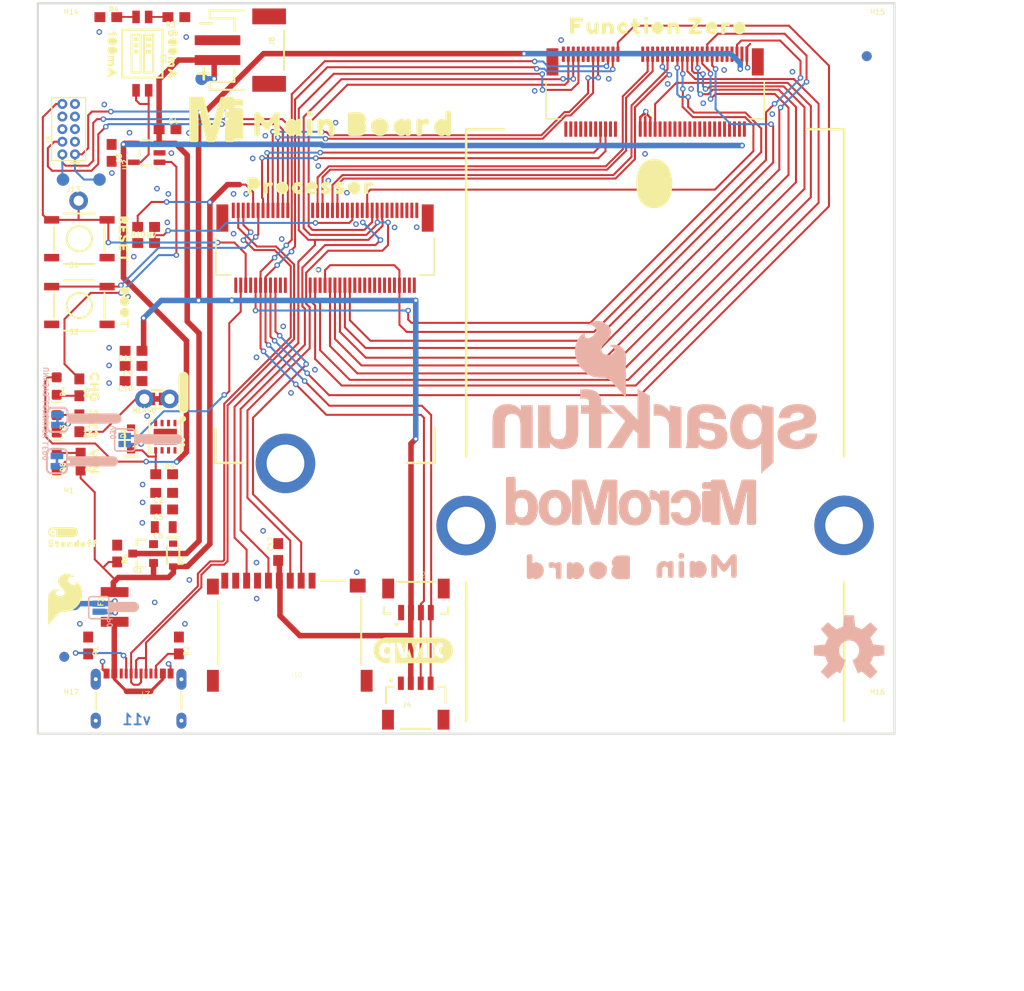
<source format=kicad_pcb>
(kicad_pcb (version 20211014) (generator pcbnew)
  (layers (0 "F.Cu" signal) (31 "B.Cu" signal) (34 "B.Paste" user) (35 "F.Paste" user) (36 "B.SilkS" user "B.Silkscreen") (37 "F.SilkS" user "F.Silkscreen") (38 "B.Mask" user) (39 "F.Mask" user) (44 "Edge.Cuts" user))
  (net 0 "")
  (net 1 "GND")
  (net 2 "V_BATT")
  (net 3 "D+")
  (net 4 "D-")
  (net 5 "3.3V")
  (net 6 "3.3V_EN")
  (net 7 "PWR_EN0")
  (net 8 "I2C_SCL")
  (net 9 "I2C_SDA")
  (net 10 "HOST_D-")
  (net 11 "HOST_D+")
  (net 12 "G0-PROCESSOR")
  (net 13 "G1-PROCESSOR")
  (net 14 "G2-PROCESSOR")
  (net 15 "G3-PROCESSOR")
  (net 16 "TX1-PROCESSOR")
  (net 17 "A0-PROCESSOR")
  (net 18 "~{CS0}-PROCESSOR")
  (net 19 "SPI_PROCESSOR_SDO")
  (net 20 "SPI_PROCESSOR_SDI")
  (net 21 "SPI_PROCESSOR_SCK")
  (net 22 "~{RESET}")
  (net 23 "~{BOOT}")
  (net 24 "PROCESSOR_CAN-TX")
  (net 25 "SWDIO")
  (net 26 "SWDCK")
  (net 27 "PROCESSOR_CAN-RX")
  (net 28 "I2C_~{INT}")
  (net 29 "VIN/3")
  (net 30 "VCC")
  (net 31 "D0-PROCESSOR")
  (net 32 "D1-PROCESSOR/SD_CARD_~{CS}")
  (net 33 "RX1-PROCESSOR")
  (net 34 "CTS1-PROCESSOR")
  (net 35 "RTS1-PROCESSOR")
  (net 36 "PWM0-PROCESSOR")
  (net 37 "G4-PROCESSOR")
  (net 38 "VIN")
  (net 39 "SHLD")
  (net 40 "N$4")
  (net 41 "N$5")
  (net 42 "N$2")
  (net 43 "3.3V_EN_VE")
  (net 44 "N$3")
  (net 45 "N$6")
  (net 46 "N$12")
  (net 47 "N$9")
  (net 48 "N$10")
  (net 49 "N$8")
  (net 50 "N$14")
  (net 51 "N$15")
  (net 52 "N$7")
  (footprint "boardEagle:0603" (layer "F.Cu") (at 118.0592 119.2276 180)
    (fp_text reference "C5")
    (fp_text value "0.1uF")
  )
  (footprint "boardEagle:0603" (layer "F.Cu") (at 116.2431 92.3544)
    (fp_text reference "R7")
    (fp_text value "10k")
  )
  (footprint "boardEagle:FUNCTION_ZERO517" (layer "F.Cu") (at 167.9321 70.4596)
    (fp_text reference "U$4" hide)
    (fp_text value "" hide)
  )
  (footprint "boardEagle:STAND-OFF-REFLOW-M2.5" (layer "F.Cu") (at 148.5011 120.8532 -90)
    (fp_text reference "H4" hide)
    (fp_text value "STAND-OFF-REFLOW-M2.5_2.5MM_TALL" hide)
  )
  (footprint "boardEagle:CHG32528" (layer "F.Cu") (at 111.0361 106.9086 -90)
    (fp_text reference "U$3" hide)
    (fp_text value "" hide)
  )
  (footprint "boardEagle:UDFN-8" (layer "F.Cu") (at 118.1735 111.887 180)
    (fp_text reference "U5")
    (fp_text value "AP7361C-33")
  )
  (footprint "boardEagle:FIDUCIAL-1X2" (layer "F.Cu") (at 188.8871 73.5076)
    (fp_text reference "FD2" hide)
    (fp_text value "FIDUCIAL1X2" hide)
  )
  (footprint "boardEagle:STAND-OFF-TIGHT" (layer "F.Cu") (at 107.8611 118.9736)
    (fp_text reference "H1")
    (fp_text value "STAND-OFFTIGHT")
  )
  (footprint "boardEagle:0603" (layer "F.Cu") (at 114.9731 104.7496 180)
    (fp_text reference "C9")
    (fp_text value "1.0uF")
  )
  (footprint "boardEagle:STAND-OFF-TIGHT" (layer "F.Cu") (at 107.8611 139.2936)
    (fp_text reference "H17")
    (fp_text value "STAND-OFFTIGHT")
  )
  (footprint "boardEagle:3V332530" (layer "F.Cu") (at 110.9091 110.5916 -90)
    (fp_text reference "U$1" hide)
    (fp_text value "" hide)
  )
  (footprint "boardEagle:0603" (layer "F.Cu") (at 118.0592 117.5512 180)
    (fp_text reference "C2")
    (fp_text value "0.22uF")
  )
  (footprint "boardEagle:JST04_1MM_VERT" (layer "F.Cu") (at 143.4211 130.4036)
    (fp_text reference "J2")
    (fp_text value "Vertical Qwiic Connector")
  )
  (footprint "boardEagle:USB-C-16P-2LAYER-PADS" (layer "F.Cu") (at 115.4811 135.4328)
    (fp_text reference "J3")
    (fp_text value "")
  )
  (footprint "boardEagle:2X5-PTH-1.27MM" (layer "F.Cu") (at 108.4323 80.8678 90)
    (fp_text reference "J5")
    (fp_text value "CORTEX_JTAG_DEBUG_MINIMUM_PTH")
  )
  (footprint "boardEagle:#MEAS#40313513" (layer "F.Cu") (at 120.0111 107.4236 -90)
    (fp_text reference "U$23" hide)
    (fp_text value "" hide)
  )
  (footprint "boardEagle:0525" (layer "F.Cu") (at 167.8051 86.4616)
    (fp_text reference "U$13" hide)
    (fp_text value "" hide)
  )
  (footprint "boardEagle:MAIN_BOARD5523" (layer "F.Cu") (at 137.1981 80.3656)
    (fp_text reference "U$19" hide)
    (fp_text value "" hide)
  )
  (footprint "boardEagle:1X01_NO_SILK" (layer "F.Cu") (at 109.4359 88.0872)
    (fp_text reference "J13")
    (fp_text value "")
  )
  (footprint "boardEagle:FIDUCIAL-1X2" (layer "F.Cu") (at 107.9881 134.0866 90)
    (fp_text reference "FD3" hide)
    (fp_text value "FIDUCIAL1X2" hide)
  )
  (footprint "boardEagle:RESET32540" (layer "F.Cu") (at 113.9571 92.0496 -90)
    (fp_text reference "U$10" hide)
    (fp_text value "" hide)
  )
  (footprint "boardEagle:0603" (layer "F.Cu") (at 118.4021 80.8736)
    (fp_text reference "C4")
    (fp_text value "4.7uF")
  )
  (footprint "boardEagle:CREATIVE_COMMONS" (layer "F.Cu") (at 121.8311 167.2336)
    (fp_text reference "FRAME1" hide)
    (fp_text value "FRAME-LEDGER" hide)
  )
  (footprint "boardEagle:100MA6" (layer "F.Cu") (at 112.8141 73.3806 -90)
    (fp_text reference "U$17" hide)
    (fp_text value "" hide)
  )
  (footprint "boardEagle:0603" (layer "F.Cu") (at 119.5451 132.9436 -90)
    (fp_text reference "R2")
    (fp_text value "5.1k")
  )
  (footprint "boardEagle:DIPSWITCH-02-50MIL" (layer "F.Cu") (at 115.8621 73.2536 180)
    (fp_text reference "S3")
    (fp_text value "DIP-02-SMD-50MIL")
  )
  (footprint "boardEagle:VIN32529" (layer "F.Cu") (at 111.0361 114.4016 -90)
    (fp_text reference "U$2" hide)
    (fp_text value "" hide)
  )
  (footprint "boardEagle:BOOT32541" (layer "F.Cu") (at 114.0587 98.933 -90)
    (fp_text reference "U$9" hide)
    (fp_text value "" hide)
  )
  (footprint "boardEagle:0603" (layer "F.Cu") (at 109.6391 114.4016 -90)
    (fp_text reference "R8")
    (fp_text value "4.7k")
  )
  (footprint "boardEagle:0603" (layer "F.Cu") (at 129.5527 123.5188 90)
    (fp_text reference "C12")
    (fp_text value "0.1uF")
  )
  (footprint "boardEagle:QWIIC_3MM" (layer "F.Cu") (at 107.8611 121.5136)
    (fp_text reference "U$20" hide)
    (fp_text value "" hide)
  )
  (footprint "boardEagle:SOD-323" (layer "F.Cu") (at 118.9609 123.825 -90)
    (fp_text reference "D5")
    (fp_text value "1A/23V/620mV")
  )
  (footprint "boardEagle:JST04_1MM_RA" (layer "F.Cu") (at 143.4211 136.7536)
    (fp_text reference "J4")
    (fp_text value "QWIIC_RIGHT_ANGLE")
  )
  (footprint "boardEagle:0603" (layer "F.Cu") (at 114.9731 103.2256 180)
    (fp_text reference "C11")
    (fp_text value "0.22uF")
  )
  (footprint "boardEagle:0603" (layer "F.Cu") (at 113.3221 123.6726 -90)
    (fp_text reference "R6")
    (fp_text value "10k")
  )
  (footprint "boardEagle:JST-2-SMD" (layer "F.Cu") (at 127.1397 72.898 -90)
    (fp_text reference "J8")
    (fp_text value "")
  )
  (footprint "boardEagle:STANDOFF501" (layer "F.Cu") (at 108.8771 122.6566)
    (fp_text reference "U$21" hide)
    (fp_text value "" hide)
  )
  (footprint "boardEagle:PROCESSOR522" (layer "F.Cu") (at 132.8801 86.5886)
    (fp_text reference "U$5" hide)
    (fp_text value "" hide)
  )
  (footprint "boardEagle:500MA101" (layer "F.Cu") (at 118.9101 73.3806 -90)
    (fp_text reference "U$18" hide)
    (fp_text value "" hide)
  )
  (footprint "boardEagle:LED-0603" (layer "F.Cu") (at 107.2261 110.5916 -90)
    (fp_text reference "D3")
    (fp_text value "RED")
  )
  (footprint "boardEagle:SFE_LOGO_FLAME_.2" (layer "F.Cu") (at 108.0711 128.2936)
    (fp_text reference "U$22" hide)
    (fp_text value "" hide)
  )
  (footprint "boardEagle:0603" (layer "F.Cu") (at 116.2431 90.7288 180)
    (fp_text reference "R10")
    (fp_text value "20k")
  )
  (footprint "boardEagle:LED-0603" (layer "F.Cu") (at 107.2261 106.7816 -90)
    (fp_text reference "D4")
    (fp_text value "Yellow")
  )
  (footprint "boardEagle:1210" (layer "F.Cu") (at 113.0681 129.0574 90)
    (fp_text reference "F2")
    (fp_text value "6V/2A")
  )
  (footprint "boardEagle:LED-0603" (layer "F.Cu") (at 107.2261 114.4016 -90)
    (fp_text reference "D8")
    (fp_text value "RED")
  )
  (footprint "boardEagle:SOT23-5" (layer "F.Cu") (at 116.2939 83.2612 90)
    (fp_text reference "U2")
    (fp_text value "MCP73831")
  )
  (footprint "boardEagle:0603" (layer "F.Cu") (at 119.2911 69.5706 180)
    (fp_text reference "R3")
    (fp_text value "2.0k")
  )
  (footprint "boardEagle:0603" (layer "F.Cu") (at 114.9731 106.2736 180)
    (fp_text reference "C10")
    (fp_text value "0.1uF")
  )
  (footprint "boardEagle:STAND-OFF-TIGHT" (layer "F.Cu") (at 189.1411 70.7136)
    (fp_text reference "H15")
    (fp_text value "STAND-OFFTIGHT")
  )
  (footprint "boardEagle:0603" (layer "F.Cu") (at 110.4011 132.9436 -90)
    (fp_text reference "R1")
    (fp_text value "5.1k")
  )
  (footprint "boardEagle:SOT23-3" (layer "F.Cu") (at 115.9891 123.6726 90)
    (fp_text reference "Q1")
    (fp_text value "3.1A/30V/105mΩ")
  )
  (footprint "boardEagle:0603" (layer "F.Cu") (at 112.7633 83.2612 -90)
    (fp_text reference "C3")
    (fp_text value "4.7uF")
  )
  (footprint "boardEagle:0603" (layer "F.Cu") (at 112.4331 69.5706)
    (fp_text reference "R4")
    (fp_text value "10k")
  )
  (footprint "boardEagle:M.2-CONNECTOR-E-FUNCTION-STANDARD" (layer "F.Cu") (at 167.5511 78.5876 180)
    (fp_text reference "J6")
    (fp_text value "MICROMOD_FUNCTION_MAIN")
  )
  (footprint "boardEagle:0603" (layer "F.Cu") (at 109.5121 110.5408 -90)
    (fp_text reference "R11")
    (fp_text value "1k")
  )
  (footprint "boardEagle:SOD-323" (layer "F.Cu") (at 114.7191 112.1156 90)
    (fp_text reference "D1")
    (fp_text value "3.3V")
  )
  (footprint "boardEagle:TACTILE_SWITCH_SMD_5.2MM" (layer "F.Cu") (at 109.5121 98.6536 180)
    (fp_text reference "S2")
    (fp_text value "BOOT")
  )
  (footprint "boardEagle:COMBO-JUMPER_2_NC_TRACE" (layer "F.Cu") (at 117.3353 108.077 180)
    (fp_text reference "MEAS0")
    (fp_text value "JUMPER-COMBO_2_NC_TRACE")
  )
  (footprint "boardEagle:STAND-OFF-REFLOW-M2.5" (layer "F.Cu") (at 130.2893 114.5794 -90)
    (fp_text reference "H8" hide)
    (fp_text value "STAND-OFF-REFLOW-M2.5_2.5MM_TALL" hide)
  )
  (footprint "boardEagle:STAND-OFF-TIGHT" (layer "F.Cu") (at 107.8611 70.7136)
    (fp_text reference "H14")
    (fp_text value "STAND-OFFTIGHT")
  )
  (footprint "boardEagle:STAND-OFF-TIGHT" (layer "F.Cu") (at 189.1411 139.2936)
    (fp_text reference "H16")
    (fp_text value "STAND-OFFTIGHT")
  )
  (footprint "boardEagle:0603" (layer "F.Cu") (at 109.5121 106.9086 -90)
    (fp_text reference "R5")
    (fp_text value "1k")
  )
  (footprint "boardEagle:MICROSD-EXTERNALPIN" (layer "F.Cu") (at 130.7211 136.9046)
    (fp_text reference "J10")
    (fp_text value "MICRO-SD-PUSH-PUSH-EXT-PIN")
  )
  (footprint "boardEagle:TACTILE_SWITCH_SMD_5.2MM" (layer "F.Cu") (at 109.5121 91.9226 180)
    (fp_text reference "S1")
    (fp_text value "Reset")
  )
  (footprint "boardEagle:STAND-OFF-REFLOW-M2.5" (layer "F.Cu") (at 186.6011 120.8278 -90)
    (fp_text reference "H3" hide)
    (fp_text value "STAND-OFF-REFLOW-M2.5_2.5MM_TALL" hide)
  )
  (footprint "boardEagle:0805" (layer "F.Cu") (at 118.0211 121.0056 180)
    (fp_text reference "C8")
    (fp_text value "10uF")
  )
  (footprint "boardEagle:M.2-CONNECTOR-E" (layer "F.Cu") (at 134.2771 94.3356 180)
    (fp_text reference "J1")
    (fp_text value "MICROMOD-2222-C")
  )
  (footprint "boardEagle:MICROMOD_MI_LOGO_1" (layer "F.Cu") (at 123.3551 79.8576)
    (fp_text reference "U$12" hide)
    (fp_text value "" hide)
  )
  (footprint "boardEagle:0603" (layer "F.Cu") (at 118.0592 115.6716)
    (fp_text reference "R9")
    (fp_text value "100k")
  )
  (footprint "boardEagle:QWIIC_8MM" (layer "F.Cu") (at 143.1671 133.4516)
    (fp_text reference "LOGO1" hide)
    (fp_text value "QWIIC_LOGO_8MM" hide)
  )
  (footprint "boardEagle:#VIN_LED#16" (layer "B.Cu") (at 110.7059 114.3762 180)
    (fp_text reference "U$7" hide)
    (fp_text value "" hide)
  )
  (footprint "boardEagle:#3V3_EN#18" (layer "B.Cu") (at 117.3607 112.141 180)
    (fp_text reference "U$11" hide)
    (fp_text value "" hide)
  )
  (footprint "boardEagle:PAD.03X.05" (layer "B.Cu") (at 111.5441 85.9536 180)
    (fp_text reference "TP2" hide)
    (fp_text value "TEST-POINT3X5" hide)
  )
  (footprint "boardEagle:BOARD524" (layer "B.Cu") (at 159.6771 125.0696 180)
    (fp_text reference "U$16" hide)
    (fp_text value "" hide)
  )
  (footprint "boardEagle:#PTC#18" (layer "B.Cu") (at 113.8555 129.0574 180)
    (fp_text reference "U$8" hide)
    (fp_text value "" hide)
  )
  (footprint "boardEagle:SMT-JUMPER_2_NO_SILK" (layer "B.Cu") (at 114.0841 112.2172 -90)
    (fp_text reference "VE0")
    (fp_text value "JUMPER-SMT_2_NO_SILK")
  )
  (footprint "boardEagle:PAD.03X.05" (layer "B.Cu") (at 109.0041 128.7526 180)
    (fp_text reference "TP4" hide)
    (fp_text value "TEST-POINT3X5" hide)
  )
  (footprint "boardEagle:FIDUCIAL-1X2" (layer "B.Cu") (at 107.9881 134.0866 -90)
    (fp_text reference "FD4" hide)
    (fp_text value "FIDUCIAL1X2" hide)
  )
  (footprint "boardEagle:PAD.03X.05" (layer "B.Cu") (at 107.8611 85.9536 180)
    (fp_text reference "TP1" hide)
    (fp_text value "TEST-POINT3X5" hide)
  )
  (footprint "boardEagle:PAD.03X.05" (layer "B.Cu") (at 121.8311 75.7936 180)
    (fp_text reference "TP3" hide)
    (fp_text value "TEST-POINT3X5" hide)
  )
  (footprint "boardEagle:OSHW-LOGO-L" (layer "B.Cu") (at 187.1091 133.4516 180)
    (fp_text reference "LOGO3" hide)
    (fp_text value "OSHW-LOGOL" hide)
  )
  (footprint "boardEagle:MICROMOD_LOGO_1" (layer "B.Cu") (at 165.1381 118.3386 180)
    (fp_text reference "U$14" hide)
    (fp_text value "" hide)
  )
  (footprint "boardEagle:MAIN523" (layer "B.Cu") (at 171.6151 124.9426 180)
    (fp_text reference "U$15" hide)
    (fp_text value "" hide)
  )
  (footprint "boardEagle:SMT-JUMPER_2_NC_TRACE_SILK" (layer "B.Cu") (at 107.2515 114.3508 -90)
    (fp_text reference "UNK5V_LED0")
    (fp_text value "JUMPER-SMT_2_NC_TRACE_SILK")
  )
  (footprint "boardEagle:#3V3_LED#17" (layer "B.Cu") (at 110.9091 110.0582 180)
    (fp_text reference "U$6" hide)
    (fp_text value "" hide)
  )
  (footprint "boardEagle:SFE_LOGO_NAME_FLAME_.3" (layer "B.Cu") (at 167.5511 111.3536 180)
    (fp_text reference "LOGO2" hide)
    (fp_text value "SFE_LOGO_NAME_FLAME.3_INCH" hide)
  )
  (footprint "boardEagle:SMT-JUMPER_2_NC_TRACE_SILK" (layer "B.Cu") (at 107.3023 110.1852 -90)
    (fp_text reference "UNK3V3_LED0")
    (fp_text value "JUMPER-SMT_2_NC_TRACE_SILK")
  )
  (footprint "boardEagle:FIDUCIAL-1X2" (layer "B.Cu") (at 188.8871 73.5076 180)
    (fp_text reference "FD1" hide)
    (fp_text value "FIDUCIAL1X2" hide)
  )
  (footprint "boardEagle:SMT-JUMPER_2_NO_SILK" (layer "B.Cu") (at 111.4679 129.1336 90)
    (fp_text reference "BYP0")
    (fp_text value "JUMPER-SMT_2_NO_SILK")
  )
  (gr_line (start 148.5011 126.5936) (end 148.5011 140.5636) (layer "F.SilkS") (width 0.254))
  (gr_line (start 148.5011 80.8736) (end 148.5011 113.8936) (layer "F.SilkS") (width 0.254))
  (gr_line (start 186.6011 126.5936) (end 186.6011 140.5636) (layer "F.SilkS") (width 0.254))
  (gr_line (start 142.5321 114.5286) (end 145.3261 114.5286) (layer "F.SilkS") (width 0.254))
  (gr_line (start 152.3111 80.8736) (end 148.5011 80.8736) (layer "F.SilkS") (width 0.254))
  (gr_line (start 123.2281 114.5286) (end 123.2281 111.0996) (layer "F.SilkS") (width 0.254))
  (gr_line (start 145.3261 114.5286) (end 145.3261 110.9726) (layer "F.SilkS") (width 0.254))
  (gr_line (start 126.0221 114.5286) (end 123.2281 114.5286) (layer "F.SilkS") (width 0.254))
  (gr_line (start 182.7911 80.8736) (end 186.6011 80.8736) (layer "F.SilkS") (width 0.254))
  (gr_line (start 186.6011 80.8736) (end 186.6011 113.8936) (layer "F.SilkS") (width 0.254))
  (gr_line (start 105.3211 68.1736) (end 191.6811 68.1736) (layer "Edge.Cuts") (width 0.2032))
  (gr_line (start 105.3211 68.1736) (end 105.3211 141.8336) (layer "Edge.Cuts") (width 0.2032))
  (gr_line (start 191.6811 68.1736) (end 191.6811 141.8336) (layer "Edge.Cuts") (width 0.2032))
  (gr_line (start 191.6811 141.8336) (end 105.3211 141.8336) (layer "Edge.Cuts") (width 0.2032))
  (gr_text "v11" (at 115.2779 140.4112) (layer "B.Cu") (effects (font (size 1.0795 1.0795) (thickness 0.1905)) (justify mirror)))
  (gr_text "+" (at 120.9421 76.0476) (layer "F.SilkS") (effects (font (size 1.5113 1.5113) (thickness 0.2667)) (justify left bottom)))
  (gr_text "-" (at 121.1961 70.9676) (layer "F.SilkS") (effects (font (size 1.5113 1.5113) (thickness 0.2667)) (justify left bottom)))
  (segment (start 166.0511 79.6718) (end 166.5511 79.1718) (width 0.254) (layer "F.Cu") (net 1))
  (segment (start 167.0685 79.703394) (end 167.0685 80.8452) (width 0.254) (layer "F.Cu") (net 1))
  (segment (start 176.8011 72.5936) (end 177.1211 72.2736) (width 0.2032) (layer "F.Cu") (net 1))
  (segment (start 176.8729 74.676) (end 176.8011 74.6042) (width 0.2032) (layer "F.Cu") (net 1))
  (segment (start 166.5511 79.1718) (end 166.5511 79.1558) (width 0.254) (layer "F.Cu") (net 1))
  (segment (start 118.7061 135.0002) (end 118.5037 134.7978) (width 0.2032) (layer "F.Cu") (net 1))
  (segment (start 167.0685 79.703394) (end 166.6113 79.246194) (width 0.254) (layer "F.Cu") (net 1))
  (segment (start 166.6113 79.246194) (end 166.6113 79.0956) (width 0.254) (layer "F.Cu") (net 1))
  (segment (start 118.7061 135.7728) (end 118.7061 135.0002) (width 0.2032) (layer "F.Cu") (net 1))
  (segment (start 166.5511 80.8626) (end 166.5511 79.1718) (width 0.254) (layer "F.Cu") (net 1))
  (segment (start 176.8011 74.6042) (end 176.8011 73.3126) (width 0.2032) (layer "F.Cu") (net 1))
  (segment (start 176.8011 73.3126) (end 176.8011 72.5936) (width 0.2032) (layer "F.Cu") (net 1))
  (segment (start 112.2561 135.7728) (end 111.8489 135.3656) (width 0.2032) (layer "F.Cu") (net 1))
  (segment (start 167.0511 80.8626) (end 167.0685 80.8452) (width 0.254) (layer "F.Cu") (net 1))
  (segment (start 111.8489 135.3656) (end 111.8489 134.5692) (width 0.2032) (layer "F.Cu") (net 1))
  (segment (start 166.0511 80.8626) (end 166.0511 79.6718) (width 0.254) (layer "F.Cu") (net 1))
  (segment (start 166.5511 79.1558) (end 166.6113 79.0956) (width 0.254) (layer "F.Cu") (net 1))
  (via (at 174.5107 74.9046) (size 0.5588) (drill 0.3048) (layers "F.Cu" "B.Cu") (net 1))
  (via (at 162.8775 75.7936) (size 0.5588) (drill 0.3048) (layers "F.Cu" "B.Cu") (net 1))
  (via (at 136.4869 87.2744) (size 0.5588) (drill 0.3048) (layers "F.Cu" "B.Cu") (net 1))
  (via (at 114.9985 93.726) (size 0.5588) (drill 0.3048) (layers "F.Cu" "B.Cu") (net 1))
  (via (at 120.2817 71.5772) (size 0.5588) (drill 0.3048) (layers "F.Cu" "B.Cu") (net 1))
  (via (at 114.5667 81.2292) (size 0.5588) (drill 0.3048) (layers "F.Cu" "B.Cu") (net 1))
  (via (at 181.3941 75.0824) (size 0.5588) (drill 0.3048) (layers "F.Cu" "B.Cu") (net 1))
  (via (at 127.3847 128.2192) (size 0.5588) (drill 0.3048) (layers "F.Cu" "B.Cu") (net 1))
  (via (at 128.0367 121.3812) (size 0.5588) (drill 0.3048) (layers "F.Cu" "B.Cu") (net 1))
  (via (at 130.0607 100.7618) (size 0.5588) (drill 0.3048) (layers "F.Cu" "B.Cu") (net 1))
  (via (at 109.5629 130.7592) (size 0.5588) (drill 0.3048) (layers "F.Cu" "B.Cu") (net 1))
  (via (at 118.4783 87.4014) (size 0.5588) (drill 0.3048) (layers "F.Cu" "B.Cu") (net 1))
  (via (at 127.3683 124.5856) (size 0.5588) (drill 0.3048) (layers "F.Cu" "B.Cu") (net 1))
  (via (at 120.5611 81.2546) (size 0.5588) (drill 0.3048) (layers "F.Cu" "B.Cu") (net 1))
  (via (at 166.6113 79.0956) (size 0.5588) (drill 0.3048) (layers "F.Cu" "B.Cu") (net 1))
  (via (at 176.8729 74.676) (size 0.5588) (drill 0.3048) (layers "F.Cu" "B.Cu") (net 1))
  (via (at 129.9083 91.948) (size 0.5588) (drill 0.3048) (layers "F.Cu" "B.Cu") (net 1))
  (via (at 112.5093 106.4768) (size 0.5588) (drill 0.3048) (layers "F.Cu" "B.Cu") (net 1))
  (via (at 155.4099 77.0128) (size 0.5588) (drill 0.3048) (layers "F.Cu" "B.Cu") (net 1))
  (via (at 137.4013 90.4494) (size 0.5588) (drill 0.3048) (layers "F.Cu" "B.Cu") (net 1))
  (via (at 134.6073 86.0552) (size 0.5588) (drill 0.3048) (layers "F.Cu" "B.Cu") (net 1))
  (via (at 143.5167 90.7568) (size 0.5588) (drill 0.3048) (layers "F.Cu" "B.Cu") (net 1))
  (via (at 118.3767 90.2716) (size 0.5588) (drill 0.3048) (layers "F.Cu" "B.Cu") (net 1))
  (via (at 133.2611 105.1306) (size 0.5588) (drill 0.3048) (layers "F.Cu" "B.Cu") (net 1))
  (via (at 171.1833 76.8096) (size 0.5588) (drill 0.3048) (layers "F.Cu" "B.Cu") (net 1))
  (via (at 127.3683 103.886) (size 0.5588) (drill 0.3048) (layers "F.Cu" "B.Cu") (net 1))
  (via (at 158.0769 71.882) (size 0.5588) (drill 0.3048) (layers "F.Cu" "B.Cu") (net 1))
  (via (at 126.9873 83.82) (size 0.5588) (drill 0.3048) (layers "F.Cu" "B.Cu") (net 1))
  (via (at 112.5093 104.6988) (size 0.5588) (drill 0.3048) (layers "F.Cu" "B.Cu") (net 1))
  (via (at 112.0267 78.3844) (size 0.5588) (drill 0.3048) (layers "F.Cu" "B.Cu") (net 1))
  (via (at 117.1067 128.6002) (size 0.5588) (drill 0.3048) (layers "F.Cu" "B.Cu") (net 1))
  (via (at 179.3621 79.3496) (size 0.5588) (drill 0.3048) (layers "F.Cu" "B.Cu") (net 1))
  (via (at 111.8489 134.5692) (size 0.5588) (drill 0.3048) (layers "F.Cu" "B.Cu") (net 1))
  (via (at 112.5093 102.9208) (size 0.5588) (drill 0.3048) (layers "F.Cu" "B.Cu") (net 1))
  (via (at 115.8875 116.713) (size 0.5588) (drill 0.3048) (layers "F.Cu" "B.Cu") (net 1))
  (via (at 172.4025 78.2574) (size 0.5588) (drill 0.3048) (layers "F.Cu" "B.Cu") (net 1))
  (via (at 115.8621 120.5738) (size 0.5588) (drill 0.3048) (layers "F.Cu" "B.Cu") (net 1))
  (via (at 120.6007 126.3292) (size 0.5588) (drill 0.3048) (layers "F.Cu" "B.Cu") (net 1))
  (via (at 120.1547 130.7592) (size 0.5588) (drill 0.3048) (layers "F.Cu" "B.Cu") (net 1))
  (via (at 130.8481 107.4674) (size 0.5588) (drill 0.3048) (layers "F.Cu" "B.Cu") (net 1))
  (via (at 166.5351 83.3628) (size 0.5588) (drill 0.3048) (layers "F.Cu" "B.Cu") (net 1))
  (via (at 111.5187 71.0692) (size 0.5588) (drill 0.3048) (layers "F.Cu" "B.Cu") (net 1))
  (via (at 133.5913 84.582) (size 0.5588) (drill 0.3048) (layers "F.Cu" "B.Cu") (net 1))
  (via (at 125.0555 87.3968) (size 0.5588) (drill 0.3048) (layers "F.Cu" "B.Cu") (net 1))
  (via (at 126.3255 87.3968) (size 0.5588) (drill 0.3048) (layers "F.Cu" "B.Cu") (net 1))
  (via (at 115.8875 118.5164) (size 0.5588) (drill 0.3048) (layers "F.Cu" "B.Cu") (net 1))
  (via (at 133.6167 95.0468) (size 0.5588) (drill 0.3048) (layers "F.Cu" "B.Cu") (net 1))
  (via (at 117.3353 86.868) (size 0.5588) (drill 0.3048) (layers "F.Cu" "B.Cu") (net 1))
  (via (at 118.5037 134.7978) (size 0.5588) (drill 0.3048) (layers "F.Cu" "B.Cu") (net 1))
  (via (at 141.2875 90.7796) (size 0.5588) (drill 0.3048) (layers "F.Cu" "B.Cu") (net 1))
  (via (at 137.4721 125.5562) (size 0.5588) (drill 0.3048) (layers "F.Cu" "B.Cu") (net 1))
  (via (at 135.3439 80.2132) (size 0.5588) (drill 0.3048) (layers "F.Cu" "B.Cu") (net 1))
  (via (at 168.8211 76.3016) (size 0.5588) (drill 0.3048) (layers "F.Cu" "B.Cu") (net 1))
  (via (at 114.4143 97.7646) (size 0.5588) (drill 0.3048) (layers "F.Cu" "B.Cu") (net 1))
  (via (at 116.3447 109.8042) (size 0.5588) (drill 0.3048) (layers "F.Cu" "B.Cu") (net 1))
  (via (at 124.4473 78.994) (size 0.5588) (drill 0.3048) (layers "F.Cu" "B.Cu") (net 1))
  (via (at 112.7887 85.2932) (size 0.5588) (drill 0.3048) (layers "F.Cu" "B.Cu") (net 1))
  (via (at 128.2573 81.534) (size 0.5588) (drill 0.3048) (layers "F.Cu" "B.Cu") (net 1))
  (via (at 118.7831 83.2866) (size 0.5588) (drill 0.3048) (layers "F.Cu" "B.Cu") (net 1))
  (via (at 125.0569 91.4146) (size 0.5588) (drill 0.3048) (layers "F.Cu" "B.Cu") (net 1))
  (segment (start 121.5771 101.4476) (end 120.3833 100.2538) (width 0.5588) (layer "F.Cu") (net 2))
  (segment (start 117.5521 75.8426) (end 117.5521 80.8736) (width 0.5588) (layer "F.Cu") (net 2))
  (segment (start 119.4967 73.898) (end 117.5521 75.8426) (width 0.5588) (layer "F.Cu") (net 2))
  (segment (start 120.3071 123.6726) (end 114.8891 123.6726) (width 0.5588) (layer "F.Cu") (net 2))
  (segment (start 121.5771 122.4026) (end 121.5771 101.4476) (width 0.5588) (layer "F.Cu") (net 2))
  (segment (start 123.1011 74.2366) (end 123.1011 75.7936) (width 0.5588) (layer "F.Cu") (net 2))
  (segment (start 120.3071 123.6726) (end 121.5771 122.4026) (width 0.5588) (layer "F.Cu") (net 2))
  (segment (start 117.5521 82.2693) (end 117.594 82.3112) (width 0.5588) (layer "F.Cu") (net 2))
  (segment (start 120.3833 83.4898) (end 119.2047 82.3112) (width 0.5588) (layer "F.Cu") (net 2))
  (segment (start 120.3833 100.2538) (end 120.3833 83.4898) (width 0.5588) (layer "F.Cu") (net 2))
  (segment (start 117.5521 80.8736) (end 117.5521 82.2693) (width 0.5588) (layer "F.Cu") (net 2))
  (segment (start 123.4397 73.898) (end 123.1011 74.2366) (width 0.5588) (layer "F.Cu") (net 2))
  (segment (start 119.4967 73.898) (end 123.4397 73.898) (width 0.5588) (layer "F.Cu") (net 2))
  (segment (start 119.2047 82.3112) (end 117.594 82.3112) (width 0.5588) (layer "F.Cu") (net 2))
  (via (at 123.1011 75.7936) (size 0.604) (drill 0.35) (layers "F.Cu" "B.Cu") (net 2))
  (segment (start 123.1011 75.7936) (end 121.8311 75.7936) (width 0.5588) (layer "B.Cu") (net 2))
  (segment (start 124.092875 124.7988) (end 124.449106 124.442569) (width 0.2032) (layer "F.Cu") (net 3))
  (segment (start 115.2311 134.4636) (end 115.4811 134.2136) (width 0.2032) (layer "F.Cu") (net 3))
  (segment (start 122.822875 124.7988) (end 124.092875 124.7988) (width 0.2032) (layer "F.Cu") (net 3))
  (segment (start 115.2311 135.7728) (end 115.2311 134.4636) (width 0.2032) (layer "F.Cu") (net 3))
  (segment (start 116.2311 135.7728) (end 116.2311 134.2136) (width 0.2032) (layer "F.Cu") (net 3))
  (segment (start 120.697875 128.1938) (end 121.809587 127.082088) (width 0.2032) (layer "F.Cu") (net 3))
  (segment (start 127.4191 92.708194) (end 125.5271 90.816194) (width 0.2032) (layer "F.Cu") (net 3))
  (segment (start 116.2311 132.660579) (end 116.60359 132.288088) (width 0.2032) (layer "F.Cu") (net 3))
  (segment (start 124.449106 108.735594) (end 131.154706 102.029994) (width 0.2032) (layer "F.Cu") (net 3))
  (segment (start 131.154706 94.517757) (end 129.345143 92.708194) (width 0.2032) (layer "F.Cu") (net 3))
  (segment (start 121.809587 127.082088) (end 121.809587 125.812088) (width 0.2032) (layer "F.Cu") (net 3))
  (segment (start 131.154706 102.029994) (end 131.154706 94.517757) (width 0.2032) (layer "F.Cu") (net 3))
  (segment (start 115.4811 134.2136) (end 116.2311 134.2136) (width 0.2032) (layer "F.Cu") (net 3))
  (segment (start 129.345143 92.708194) (end 127.4191 92.708194) (width 0.2032) (layer "F.Cu") (net 3))
  (segment (start 121.809587 125.812088) (end 122.822875 124.7988) (width 0.2032) (layer "F.Cu") (net 3))
  (segment (start 116.2311 134.2136) (end 116.2311 132.660579) (width 0.2032) (layer "F.Cu") (net 3))
  (segment (start 116.60359 132.288088) (end 120.697875 128.1938) (width 0.2032) (layer "F.Cu") (net 3))
  (segment (start 125.5271 90.816194) (end 125.5271 89.0606) (width 0.2032) (layer "F.Cu") (net 3))
  (segment (start 124.449106 124.442569) (end 124.449106 108.735594) (width 0.2032) (layer "F.Cu") (net 3))
  (segment (start 126.7841 91.2622) (end 126.0475 90.5256) (width 0.2032) (layer "F.Cu") (net 4))
  (segment (start 114.7311 135.7728) (end 114.7311 136.664) (width 0.2032) (layer "F.Cu") (net 4))
  (segment (start 115.7311 135.7728) (end 115.7311 136.656) (width 0.2032) (layer "F.Cu") (net 4))
  (segment (start 130.8227 94.6912) (end 129.1971 93.0656) (width 0.2032) (layer "F.Cu") (net 4))
  (segment (start 114.9731 136.906) (end 115.4811 136.906) (width 0.2032) (layer "F.Cu") (net 4))
  (segment (start 122.6861 124.4686) (end 123.9561 124.4686) (width 0.2032) (layer "F.Cu") (net 4))
  (segment (start 129.1971 93.0656) (end 127.1397 93.0656) (width 0.2032) (layer "F.Cu") (net 4))
  (segment (start 123.9561 124.4686) (end 124.1171 124.3076) (width 0.2032) (layer "F.Cu") (net 4))
  (segment (start 114.7311 133.6936) (end 121.4561 126.9686) (width 0.2032) (layer "F.Cu") (net 4))
  (segment (start 124.1171 124.3076) (end 124.1171 108.56215) (width 0.2032) (layer "F.Cu") (net 4))
  (segment (start 114.7311 136.664) (end 114.9731 136.906) (width 0.2032) (layer "F.Cu") (net 4))
  (segment (start 130.8227 101.85655) (end 130.8227 94.6912) (width 0.2032) (layer "F.Cu") (net 4))
  (segment (start 127.1397 93.0656) (end 126.1491 92.075) (width 0.2032) (layer "F.Cu") (net 4))
  (segment (start 115.7311 136.656) (end 115.4811 136.906) (width 0.2032) (layer "F.Cu") (net 4))
  (segment (start 121.4561 125.6986) (end 122.6861 124.4686) (width 0.2032) (layer "F.Cu") (net 4))
  (segment (start 121.4561 126.9686) (end 121.4561 125.6986) (width 0.2032) (layer "F.Cu") (net 4))
  (segment (start 126.1491 92.075) (end 126.0475 92.075) (width 0.2032) (layer "F.Cu") (net 4))
  (segment (start 124.1171 108.56215) (end 130.8227 101.85655) (width 0.2032) (layer "F.Cu") (net 4))
  (segment (start 126.0475 89.081) (end 126.0271 89.0606) (width 0.2032) (layer "F.Cu") (net 4))
  (segment (start 114.7311 135.7728) (end 114.7311 133.6936) (width 0.2032) (layer "F.Cu") (net 4))
  (segment (start 126.0475 89.081) (end 126.0475 90.5256) (width 0.2032) (layer "F.Cu") (net 4))
  (via (at 126.0475 92.075) (size 0.5588) (drill 0.3048) (layers "F.Cu" "B.Cu") (net 4))
  (via (at 126.7841 91.2622) (size 0.5588) (drill 0.3048) (layers "F.Cu" "B.Cu") (net 4))
  (segment (start 126.0475 91.9988) (end 126.0475 92.075) (width 0.2032) (layer "B.Cu") (net 4))
  (segment (start 126.7841 91.2622) (end 126.0475 91.9988) (width 0.2032) (layer "B.Cu") (net 4))
  (segment (start 142.9211 136.7536) (end 142.9211 131.9516) (width 0.5588) (layer "F.Cu") (net 5))
  (segment (start 115.2017 108.077) (end 116.0653 108.077) (width 0.2032) (layer "F.Cu") (net 5))
  (segment (start 129.7353 129.9498) (end 131.7371 131.9516) (width 0.5588) (layer "F.Cu") (net 5))
  (segment (start 142.9211 131.9516) (end 142.9211 129.6506) (width 0.5588) (layer "F.Cu") (net 5))
  (segment (start 129.7353 126.4688) (end 129.7353 129.9498) (width 0.5588) (layer "F.Cu") (net 5))
  (segment (start 109.5121 111.3908) (end 111.8879 111.3908) (width 0.2032) (layer "F.Cu") (net 5))
  (segment (start 110.7821 79.0956) (end 112.6871 79.0956) (width 0.2032) (layer "F.Cu") (net 5))
  (segment (start 110.4011 82.7786) (end 110.4011 79.4766) (width 0.2032) (layer "F.Cu") (net 5))
  (segment (start 129.6711 126.4046) (end 129.7353 126.4688) (width 0.5588) (layer "F.Cu") (net 5))
  (segment (start 115.9891 103.0596) (end 115.8231 103.2256) (width 0.5588) (layer "F.Cu") (net 5))
  (segment (start 109.0673 83.4078) (end 109.7719 83.4078) (width 0.2032) (layer "F.Cu") (net 5))
  (segment (start 142.9211 129.6506) (end 142.9431 129.6286) (width 0.5588) (layer "F.Cu") (net 5))
  (segment (start 111.8879 111.3908) (end 115.2017 108.077) (width 0.2032) (layer "F.Cu") (net 5))
  (segment (start 143.4207 112.1108) (end 142.9431 112.5884) (width 0.5588) (layer "F.Cu") (net 5))
  (segment (start 109.7719 83.4078) (end 110.4011 82.7786) (width 0.2032) (layer "F.Cu") (net 5))
  (segment (start 142.9431 129.6286) (end 142.9431 112.5884) (width 0.5588) (layer "F.Cu") (net 5))
  (segment (start 115.9891 99.9236) (end 115.9891 103.0596) (width 0.5588) (layer "F.Cu") (net 5))
  (segment (start 129.6711 126.4046) (end 129.6711 124.4872) (width 0.5588) (layer "F.Cu") (net 5))
  (segment (start 131.7371 131.9516) (end 142.9211 131.9516) (width 0.5588) (layer "F.Cu") (net 5))
  (segment (start 110.4011 79.4766) (end 110.7821 79.0956) (width 0.2032) (layer "F.Cu") (net 5))
  (segment (start 128.0795 73.2536) (end 122.1613 79.1718) (width 0.5588) (layer "F.Cu") (net 5))
  (segment (start 121.5263 98.1456) (end 121.5263 79.2988) (width 0.5588) (layer "F.Cu") (net 5))
  (segment (start 129.6711 124.4872) (end 129.5527 124.3688) (width 0.5588) (layer "F.Cu") (net 5))
  (segment (start 122.1613 79.1718) (end 121.6533 79.1718) (width 0.5588) (layer "F.Cu") (net 5))
  (segment (start 128.0795 73.2536) (end 154.3431 73.2536) (width 0.5588) (layer "F.Cu") (net 5))
  (segment (start 121.5263 79.2988) (end 121.6533 79.1718) (width 0.5588) (layer "F.Cu") (net 5))
  (via (at 115.9891 99.9236) (size 0.5588) (drill 0.3048) (layers "F.Cu" "B.Cu") (net 5))
  (via (at 143.4207 112.1108) (size 0.5588) (drill 0.3048) (layers "F.Cu" "B.Cu") (net 5))
  (via (at 176.1363 74.803) (size 0.5588) (drill 0.3048) (layers "F.Cu" "B.Cu") (net 5))
  (via (at 154.3431 73.2536) (size 0.5588) (drill 0.3048) (layers "F.Cu" "B.Cu") (net 5))
  (via (at 143.4211 98.1456) (size 0.5588) (drill 0.3048) (layers "F.Cu" "B.Cu") (net 5))
  (via (at 124.8791 98.1456) (size 0.604) (drill 0.35) (layers "F.Cu" "B.Cu") (net 5))
  (via (at 112.6871 79.0956) (size 0.5588) (drill 0.3048) (layers "F.Cu" "B.Cu") (net 5))
  (via (at 121.6533 79.1718) (size 0.5588) (drill 0.3048) (layers "F.Cu" "B.Cu") (net 5))
  (via (at 121.5263 98.1456) (size 0.604) (drill 0.35) (layers "F.Cu" "B.Cu") (net 5))
  (segment (start 176.1363 74.2188) (end 176.1363 74.803) (width 0.5588) (layer "B.Cu") (net 5))
  (segment (start 143.4207 99.339) (end 143.4211 99.3394) (width 0.5588) (layer "B.Cu") (net 5))
  (segment (start 112.6871 79.0956) (end 121.5771 79.0956) (width 0.2032) (layer "B.Cu") (net 5))
  (segment (start 143.4207 99.339) (end 143.4207 112.1108) (width 0.5588) (layer "B.Cu") (net 5))
  (segment (start 109.0673 85.0516) (end 109.0673 83.4078) (width 0.2032) (layer "B.Cu") (net 5))
  (segment (start 121.5771 79.0956) (end 121.6533 79.1718) (width 0.2032) (layer "B.Cu") (net 5))
  (segment (start 124.8791 98.1456) (end 143.4211 98.1456) (width 0.5588) (layer "B.Cu") (net 5))
  (segment (start 124.8791 98.1456) (end 121.5263 98.1456) (width 0.5588) (layer "B.Cu") (net 5))
  (segment (start 109.9693 85.9536) (end 109.0673 85.0516) (width 0.2032) (layer "B.Cu") (net 5))
  (segment (start 115.9891 99.9236) (end 117.7671 98.1456) (width 0.5588) (layer "B.Cu") (net 5))
  (segment (start 117.7671 98.1456) (end 121.5263 98.1456) (width 0.5588) (layer "B.Cu") (net 5))
  (segment (start 143.4211 99.3394) (end 143.4211 98.1456) (width 0.5588) (layer "B.Cu") (net 5))
  (segment (start 154.3431 73.2536) (end 175.1711 73.2536) (width 0.5588) (layer "B.Cu") (net 5))
  (segment (start 175.1711 73.2536) (end 176.1363 74.2188) (width 0.5588) (layer "B.Cu") (net 5))
  (segment (start 111.5441 85.9536) (end 109.9693 85.9536) (width 0.2032) (layer "B.Cu") (net 5))
  (segment (start 124.2441 107.6706) (end 124.1171 107.6706) (width 0.2032) (layer "F.Cu") (net 6))
  (segment (start 124.6251 107.2896) (end 124.2441 107.6706) (width 0.2032) (layer "F.Cu") (net 6))
  (segment (start 124.6251 100.4316) (end 124.6251 107.2896) (width 0.2032) (layer "F.Cu") (net 6))
  (segment (start 125.7771 96.6106) (end 125.7771 99.2796) (width 0.2032) (layer "F.Cu") (net 6))
  (segment (start 125.7771 99.2796) (end 124.6251 100.4316) (width 0.2032) (layer "F.Cu") (net 6))
  (via (at 124.1171 107.6706) (size 0.5588) (drill 0.3048) (layers "F.Cu" "B.Cu") (net 6))
  (segment (start 124.1171 107.6706) (end 122.4661 109.3216) (width 0.2032) (layer "B.Cu") (net 6))
  (segment (start 114.0841 111.8108) (end 115.5319 111.8108) (width 0.2032) (layer "B.Cu") (net 6))
  (segment (start 118.0211 109.3216) (end 122.4661 109.3216) (width 0.2032) (layer "B.Cu") (net 6))
  (segment (start 115.5319 111.8108) (end 118.0211 109.3216) (width 0.2032) (layer "B.Cu") (net 6))
  (segment (start 141.7771 96.6106) (end 141.7771 100.591) (width 0.2032) (layer "F.Cu") (net 7))
  (segment (start 182.2069 73.9902) (end 180.1495 71.9328) (width 0.2032) (layer "F.Cu") (net 7))
  (segment (start 141.7771 100.591) (end 142.5067 101.3206) (width 0.2032) (layer "F.Cu") (net 7))
  (segment (start 142.5067 101.3206) (end 161.3789 101.3206) (width 0.2032) (layer "F.Cu") (net 7))
  (segment (start 180.1495 71.9328) (end 176.2379 71.9328) (width 0.2032) (layer "F.Cu") (net 7))
  (segment (start 141.7771 95.1046) (end 141.2621 94.5896) (width 0.2032) (layer "F.Cu") (net 7))
  (segment (start 134.7851 94.5896) (end 134.2771 95.0976) (width 0.2032) (layer "F.Cu") (net 7))
  (segment (start 178.7271 83.9724) (end 178.7271 79.1718) (width 0.2032) (layer "F.Cu") (net 7))
  (segment (start 182.2069 75.692) (end 182.2069 73.9902) (width 0.2032) (layer "F.Cu") (net 7))
  (segment (start 175.8011 72.3696) (end 175.8011 73.3126) (width 0.2032) (layer "F.Cu") (net 7))
  (segment (start 141.2621 94.5896) (end 134.7851 94.5896) (width 0.2032) (layer "F.Cu") (net 7))
  (segment (start 141.7771 96.6106) (end 141.7771 95.1046) (width 0.2032) (layer "F.Cu") (net 7))
  (segment (start 161.3789 101.3206) (end 178.7271 83.9724) (width 0.2032) (layer "F.Cu") (net 7))
  (segment (start 176.2379 71.9328) (end 175.8011 72.3696) (width 0.2032) (layer "F.Cu") (net 7))
  (segment (start 134.2771 95.0976) (end 134.2771 96.6106) (width 0.2032) (layer "F.Cu") (net 7))
  (segment (start 178.7271 79.1718) (end 179.5907 78.3082) (width 0.2032) (layer "F.Cu") (net 7))
  (via (at 179.5907 78.3082) (size 0.5588) (drill 0.3048) (layers "F.Cu" "B.Cu") (net 7))
  (via (at 182.2069 75.692) (size 0.5588) (drill 0.3048) (layers "F.Cu" "B.Cu") (net 7))
  (segment (start 182.2069 75.7428) (end 179.6415 78.3082) (width 0.2032) (layer "B.Cu") (net 7))
  (segment (start 182.2069 75.692) (end 182.2069 75.7428) (width 0.2032) (layer "B.Cu") (net 7))
  (segment (start 179.5907 78.3082) (end 179.6415 78.3082) (width 0.2032) (layer "B.Cu") (net 7))
  (segment (start 155.6131 74.7776) (end 155.4607 74.6252) (width 0.2032) (layer "F.Cu") (net 8))
  (segment (start 128.2771 96.6106) (end 128.2771 102.331) (width 0.2032) (layer "F.Cu") (net 8))
  (segment (start 155.4607 74.6252) (end 134.5057 74.6252) (width 0.2032) (layer "F.Cu") (net 8))
  (segment (start 128.2771 102.331) (end 128.5875 102.6414) (width 0.2032) (layer "F.Cu") (net 8))
  (segment (start 144.9211 129.443675) (end 144.973531 129.391244) (width 0.2032) (layer "F.Cu") (net 8))
  (segment (start 163.2839 74.8284) (end 163.2839 73.3298) (width 0.2032) (layer "F.Cu") (net 8))
  (segment (start 144.9211 136.7536) (end 144.9211 129.8956) (width 0.2032) (layer "F.Cu") (net 8))
  (segment (start 144.9705 129.656) (end 144.9705 129.8462) (width 0.2032) (layer "F.Cu") (net 8))
  (segment (start 130.8989 93.218) (end 130.8989 93.0656) (width 0.2032) (layer "F.Cu") (net 8))
  (segment (start 144.9431 129.6286) (end 144.9211 129.6066) (width 0.2032) (layer "F.Cu") (net 8))
  (segment (start 144.0307 108.7628) (end 134.7089 108.7628) (width 0.2032) (layer "F.Cu") (net 8))
  (segment (start 163.2839 73.3298) (end 163.3011 73.3126) (width 0.2032) (layer "F.Cu") (net 8))
  (segment (start 128.2771 95.7636) (end 129.4511 94.5896) (width 0.2032) (layer "F.Cu") (net 8))
  (segment (start 144.9431 129.6286) (end 144.9705 129.656) (width 0.2032) (layer "F.Cu") (net 8))
  (segment (start 131.2545 92.71) (end 130.8989 93.0656) (width 0.2032) (layer "F.Cu") (net 8))
  (segment (start 144.9705 129.8462) (end 144.9211 129.8956) (width 0.2032) (layer "F.Cu") (net 8))
  (segment (start 144.973531 129.391244) (end 144.973531 109.705632) (width 0.2032) (layer "F.Cu") (net 8))
  (segment (start 131.2545 77.8764) (end 131.2545 92.71) (width 0.2032) (layer "F.Cu") (net 8))
  (segment (start 144.973531 109.705632) (end 144.0307 108.7628) (width 0.2032) (layer "F.Cu") (net 8))
  (segment (start 144.9211 129.6066) (end 144.9211 129.443675) (width 0.2032) (layer "F.Cu") (net 8))
  (segment (start 132.2197 106.2736) (end 134.7089 108.7628) (width 0.2032) (layer "F.Cu") (net 8))
  (segment (start 128.2771 96.6106) (end 128.2771 95.7636) (width 0.2032) (layer "F.Cu") (net 8))
  (segment (start 131.2545 77.8764) (end 134.5057 74.6252) (width 0.2032) (layer "F.Cu") (net 8))
  (via (at 128.5875 102.6414) (size 0.5588) (drill 0.3048) (layers "F.Cu" "B.Cu") (net 8))
  (via (at 163.2839 74.8284) (size 0.5588) (drill 0.3048) (layers "F.Cu" "B.Cu") (net 8))
  (via (at 130.8989 93.218) (size 0.5588) (drill 0.3048) (layers "F.Cu" "B.Cu") (net 8))
  (via (at 132.2197 106.2736) (size 0.5588) (drill 0.3048) (layers "F.Cu" "B.Cu") (net 8))
  (via (at 155.6131 74.7776) (size 0.5588) (drill 0.3048) (layers "F.Cu" "B.Cu") (net 8))
  (via (at 129.4511 94.5896) (size 0.5588) (drill 0.3048) (layers "F.Cu" "B.Cu") (net 8))
  (segment (start 132.2197 106.2736) (end 128.5875 102.6414) (width 0.2032) (layer "B.Cu") (net 8))
  (segment (start 163.0807 75.0316) (end 163.2839 74.8284) (width 0.2032) (layer "B.Cu") (net 8))
  (segment (start 130.8481 93.218) (end 130.8989 93.218) (width 0.2032) (layer "B.Cu") (net 8))
  (segment (start 156.6291 75.0316) (end 163.0807 75.0316) (width 0.2032) (layer "B.Cu") (net 8))
  (segment (start 129.4511 94.5896) (end 129.4765 94.5896) (width 0.2032) (layer "B.Cu") (net 8))
  (segment (start 155.6131 74.7776) (end 156.3751 74.7776) (width 0.2032) (layer "B.Cu") (net 8))
  (segment (start 130.8481 93.218) (end 129.4765 94.5896) (width 0.2032) (layer "B.Cu") (net 8))
  (segment (start 156.3751 74.7776) (end 156.6291 75.0316) (width 0.2032) (layer "B.Cu") (net 8))
  (segment (start 162.6489 74.5236) (end 162.8011 74.3714) (width 0.2032) (layer "F.Cu") (net 9))
  (segment (start 143.9211 136.7536) (end 143.9211 129.6506) (width 0.2032) (layer "F.Cu") (net 9))
  (segment (start 143.9431 109.6772) (end 144.2479 109.982) (width 0.2032) (layer "F.Cu") (net 9))
  (segment (start 155.4099 74.0156) (end 155.4099 74.041) (width 0.2032) (layer "F.Cu") (net 9))
  (segment (start 144.2479 128.4478) (end 144.2479 109.982) (width 0.2032) (layer "F.Cu") (net 9))
  (segment (start 134.2517 74.0156) (end 155.4099 74.0156) (width 0.2032) (layer "F.Cu") (net 9))
  (segment (start 130.3655 92.583) (end 130.9243 92.0242) (width 0.2032) (layer "F.Cu") (net 9))
  (segment (start 127.7771 95.2476) (end 129.1971 93.8276) (width 0.2032) (layer "F.Cu") (net 9))
  (segment (start 143.9211 129.6506) (end 143.9431 129.6286) (width 0.2032) (layer "F.Cu") (net 9))
  (segment (start 143.9431 128.7526) (end 144.2479 128.4478) (width 0.2032) (layer "F.Cu") (net 9))
  (segment (start 128.0795 103.274) (end 127.7771 102.9716) (width 0.2032) (layer "F.Cu") (net 9))
  (segment (start 128.0795 103.2764) (end 128.0795 103.274) (width 0.2032) (layer "F.Cu") (net 9))
  (segment (start 162.8011 74.3714) (end 162.8011 73.3126) (width 0.2032) (layer "F.Cu") (net 9))
  (segment (start 130.9243 92.0242) (end 130.9243 77.343) (width 0.2032) (layer "F.Cu") (net 9))
  (segment (start 134.4041 109.6772) (end 143.9431 109.6772) (width 0.2032) (layer "F.Cu") (net 9))
  (segment (start 131.3307 106.6038) (end 134.4041 109.6772) (width 0.2032) (layer "F.Cu") (net 9))
  (segment (start 127.7771 96.6106) (end 127.7771 95.2476) (width 0.2032) (layer "F.Cu") (net 9))
  (segment (start 130.9243 77.343) (end 134.2517 74.0156) (width 0.2032) (layer "F.Cu") (net 9))
  (segment (start 127.7771 102.9716) (end 127.7771 96.6106) (width 0.2032) (layer "F.Cu") (net 9))
  (segment (start 143.9431 129.6286) (end 143.9431 128.7526) (width 0.2032) (layer "F.Cu") (net 9))
  (via (at 162.6489 74.5236) (size 0.5588) (drill 0.3048) (layers "F.Cu" "B.Cu") (net 9))
  (via (at 129.1971 93.8276) (size 0.5588) (drill 0.3048) (layers "F.Cu" "B.Cu") (net 9))
  (via (at 128.0795 103.2764) (size 0.5588) (drill 0.3048) (layers "F.Cu" "B.Cu") (net 9))
  (via (at 155.4099 74.041) (size 0.5588) (drill 0.3048) (layers "F.Cu" "B.Cu") (net 9))
  (via (at 130.3655 92.583) (size 0.5588) (drill 0.3048) (layers "F.Cu" "B.Cu") (net 9))
  (via (at 131.3307 106.6038) (size 0.5588) (drill 0.3048) (layers "F.Cu" "B.Cu") (net 9))
  (segment (start 130.3655 92.6084) (end 129.1971 93.7768) (width 0.2032) (layer "B.Cu") (net 9))
  (segment (start 128.0795 103.3526) (end 128.0795 103.2764) (width 0.2032) (layer "B.Cu") (net 9))
  (segment (start 129.1971 93.8276) (end 129.1971 93.7768) (width 0.2032) (layer "B.Cu") (net 9))
  (segment (start 156.2481 74.041) (end 156.7307 74.5236) (width 0.2032) (layer "B.Cu") (net 9))
  (segment (start 162.6489 74.5236) (end 156.7307 74.5236) (width 0.2032) (layer "B.Cu") (net 9))
  (segment (start 131.3307 106.6038) (end 128.0795 103.3526) (width 0.2032) (layer "B.Cu") (net 9))
  (segment (start 130.3655 92.6084) (end 130.3655 92.583) (width 0.2032) (layer "B.Cu") (net 9))
  (segment (start 155.4099 74.041) (end 156.2481 74.041) (width 0.2032) (layer "B.Cu") (net 9))
  (segment (start 164.6221 83.041513) (end 164.6221 77.7066) (width 0.2032) (layer "F.Cu") (net 10))
  (segment (start 167.3011 75.0276) (end 167.3011 73.3126) (width 0.2032) (layer "F.Cu") (net 10))
  (segment (start 134.0271 85.7164) (end 134.7897 84.9538) (width 0.2032) (layer "F.Cu") (net 10))
  (segment (start 162.709812 84.9538) (end 164.6221 83.041513) (width 0.2032) (layer "F.Cu") (net 10))
  (segment (start 134.7897 84.9538) (end 162.709812 84.9538) (width 0.2032) (layer "F.Cu") (net 10))
  (segment (start 164.6221 77.7066) (end 167.3011 75.0276) (width 0.2032) (layer "F.Cu") (net 10))
  (segment (start 134.0271 89.0606) (end 134.0271 85.7164) (width 0.2032) (layer "F.Cu") (net 10))
  (segment (start 166.8011 75.049088) (end 166.8011 73.3126) (width 0.2032) (layer "F.Cu") (net 11))
  (segment (start 134.654187 84.6154) (end 162.5727 84.6154) (width 0.2032) (layer "F.Cu") (net 11))
  (segment (start 133.5271 89.0606) (end 133.5271 85.742488) (width 0.2032) (layer "F.Cu") (net 11))
  (segment (start 133.5271 85.742488) (end 134.654187 84.6154) (width 0.2032) (layer "F.Cu") (net 11))
  (segment (start 162.5727 84.6154) (end 164.2891 82.899) (width 0.2032) (layer "F.Cu") (net 11))
  (segment (start 164.2891 77.561088) (end 166.8011 75.049088) (width 0.2032) (layer "F.Cu") (net 11))
  (segment (start 164.2891 82.899) (end 164.2891 77.561088) (width 0.2032) (layer "F.Cu") (net 11))
  (segment (start 171.5135 75.2094) (end 171.2757 74.9716) (width 0.2032) (layer "F.Cu") (net 12))
  (segment (start 171.2757 73.338) (end 171.2757 74.9716) (width 0.2032) (layer "F.Cu") (net 12))
  (segment (start 182.6067 86.88365) (end 182.6067 78.6638) (width 0.2032) (layer "F.Cu") (net 12))
  (segment (start 134.7771 102.74405) (end 137.53805 105.505) (width 0.2032) (layer "F.Cu") (net 12))
  (segment (start 137.53805 105.505) (end 163.98535 105.505) (width 0.2032) (layer "F.Cu") (net 12))
  (segment (start 134.7771 96.6106) (end 134.7771 102.74405) (width 0.2032) (layer "F.Cu") (net 12))
  (segment (start 172.8343 76.8096) (end 172.6311 76.8096) (width 0.2032) (layer "F.Cu") (net 12))
  (segment (start 172.3771 75.311) (end 172.2755 75.2094) (width 0.2032) (layer "F.Cu") (net 12))
  (segment (start 180.4985 76.5556) (end 173.0883 76.5556) (width 0.2032) (layer "F.Cu") (net 12))
  (segment (start 173.0883 76.5556) (end 172.8343 76.8096) (width 0.2032) (layer "F.Cu") (net 12))
  (segment (start 182.6067 78.6638) (end 180.4985 76.5556) (width 0.2032) (layer "F.Cu") (net 12))
  (segment (start 172.2755 75.2094) (end 171.5135 75.2094) (width 0.2032) (layer "F.Cu") (net 12))
  (segment (start 163.98535 105.505) (end 182.6067 86.88365) (width 0.2032) (layer "F.Cu") (net 12))
  (segment (start 171.3011 73.3126) (end 171.2757 73.338) (width 0.2032) (layer "F.Cu") (net 12))
  (via (at 172.3771 75.311) (size 0.5588) (drill 0.3048) (layers "F.Cu" "B.Cu") (net 12))
  (via (at 172.6311 76.8096) (size 0.5588) (drill 0.3048) (layers "F.Cu" "B.Cu") (net 12))
  (segment (start 172.3771 75.311) (end 172.3771 76.5556) (width 0.2032) (layer "B.Cu") (net 12))
  (segment (start 172.6311 76.8096) (end 172.3771 76.5556) (width 0.2032) (layer "B.Cu") (net 12))
  (segment (start 137.948362 104.7002) (end 163.270237 104.7002) (width 0.2032) (layer "F.Cu") (net 13))
  (segment (start 173.3677 76.8858) (end 172.9105 77.343) (width 0.2032) (layer "F.Cu") (net 13))
  (segment (start 181.7511 86.219338) (end 181.7511 78.6384) (width 0.2032) (layer "F.Cu") (net 13))
  (segment (start 135.2771 102.028938) (end 137.948362 104.7002) (width 0.2032) (layer "F.Cu") (net 13))
  (segment (start 163.270237 104.7002) (end 181.7511 86.219338) (width 0.2032) (layer "F.Cu") (net 13))
  (segment (start 172.9105 77.343) (end 172.1231 77.343) (width 0.2032) (layer "F.Cu") (net 13))
  (segment (start 179.9985 76.8858) (end 173.3677 76.8858) (width 0.2032) (layer "F.Cu") (net 13))
  (segment (start 171.8691 74.7014) (end 171.8011 74.7014) (width 0.2032) (layer "F.Cu") (net 13))
  (segment (start 181.7511 78.6384) (end 179.9985 76.8858) (width 0.2032) (layer "F.Cu") (net 13))
  (segment (start 135.2771 96.6106) (end 135.2771 102.028938) (width 0.2032) (layer "F.Cu") (net 13))
  (segment (start 171.8011 74.7014) (end 171.8011 73.3126) (width 0.2032) (layer "F.Cu") (net 13))
  (via (at 171.8691 74.7014) (size 0.5588) (drill 0.3048) (layers "F.Cu" "B.Cu") (net 13))
  (via (at 172.1231 77.343) (size 0.5588) (drill 0.3048) (layers "F.Cu" "B.Cu") (net 13))
  (segment (start 172.1231 77.343) (end 171.8691 77.089) (width 0.2032) (layer "B.Cu") (net 13))
  (segment (start 171.8691 74.7014) (end 171.8691 77.089) (width 0.2032) (layer "B.Cu") (net 13))
  (segment (start 180.9971 85.478825) (end 180.9971 78.6986) (width 0.2032) (layer "F.Cu") (net 14))
  (segment (start 173.1391 75.1078) (end 172.3011 74.2698) (width 0.2032) (layer "F.Cu") (net 14))
  (segment (start 180.9971 78.6986) (end 179.6161 77.3176) (width 0.2032) (layer "F.Cu") (net 14))
  (segment (start 179.6161 77.3176) (end 173.6471 77.3176) (width 0.2032) (layer "F.Cu") (net 14))
  (segment (start 138.384075 103.9208) (end 162.555125 103.9208) (width 0.2032) (layer "F.Cu") (net 14))
  (segment (start 173.6471 77.3176) (end 173.1391 77.8256) (width 0.2032) (layer "F.Cu") (net 14))
  (segment (start 162.555125 103.9208) (end 180.9971 85.478825) (width 0.2032) (layer "F.Cu") (net 14))
  (segment (start 135.7771 96.6106) (end 135.7771 101.313825) (width 0.2032) (layer "F.Cu") (net 14))
  (segment (start 172.3011 74.2698) (end 172.3011 73.3126) (width 0.2032) (layer "F.Cu") (net 14))
  (segment (start 135.7771 101.313825) (end 138.384075 103.9208) (width 0.2032) (layer "F.Cu") (net 14))
  (segment (start 173.1391 75.2856) (end 173.1391 75.1078) (width 0.2032) (layer "F.Cu") (net 14))
  (via (at 173.1391 77.8256) (size 0.5588) (drill 0.3048) (layers "F.Cu" "B.Cu") (net 14))
  (via (at 173.1391 75.2856) (size 0.5588) (drill 0.3048) (layers "F.Cu" "B.Cu") (net 14))
  (segment (start 173.1391 77.8256) (end 173.1391 75.2856) (width 0.2032) (layer "B.Cu") (net 14))
  (segment (start 180.2003 78.6892) (end 180.071256 78.818244) (width 0.2032) (layer "F.Cu") (net 15))
  (segment (start 138.362587 102.9382) (end 162.068612 102.9382) (width 0.2032) (layer "F.Cu") (net 15))
  (segment (start 162.068612 102.9382) (end 180.071256 84.935557) (width 0.2032) (layer "F.Cu") (net 15))
  (segment (start 172.8011 72.3216) (end 172.8011 73.3126) (width 0.2032) (layer "F.Cu") (net 15))
  (segment (start 180.6067 71.247) (end 173.8757 71.247) (width 0.2032) (layer "F.Cu") (net 15))
  (segment (start 182.8165 73.4568) (end 180.6067 71.247) (width 0.2032) (layer "F.Cu") (net 15))
  (segment (start 182.8165 76.0984) (end 182.8165 73.4568) (width 0.2032) (layer "F.Cu") (net 15))
  (segment (start 173.8757 71.247) (end 172.8011 72.3216) (width 0.2032) (layer "F.Cu") (net 15))
  (segment (start 180.071256 78.818244) (end 180.071256 84.935557) (width 0.2032) (layer "F.Cu") (net 15))
  (segment (start 136.2771 96.6106) (end 136.2771 100.852713) (width 0.2032) (layer "F.Cu") (net 15))
  (segment (start 136.2771 100.852713) (end 138.362587 102.9382) (width 0.2032) (layer "F.Cu") (net 15))
  (via (at 180.2003 78.6892) (size 0.5588) (drill 0.3048) (layers "F.Cu" "B.Cu") (net 15))
  (via (at 182.8165 76.0984) (size 0.5588) (drill 0.3048) (layers "F.Cu" "B.Cu") (net 15))
  (segment (start 182.8165 76.0984) (end 182.7911 76.0984) (width 0.2032) (layer "B.Cu") (net 15))
  (segment (start 182.7911 76.0984) (end 180.2003 78.6892) (width 0.2032) (layer "B.Cu") (net 15))
  (segment (start 160.7911 77.2436) (end 160.7911 75.6996) (width 0.2032) (layer "F.Cu") (net 16))
  (segment (start 134.7411 81.4836) (end 156.0911 81.4836) (width 0.2032) (layer "F.Cu") (net 16))
  (segment (start 129.0017 89.0352) (end 129.0271 89.0606) (width 0.2032) (layer "F.Cu") (net 16))
  (segment (start 129.0029 81.129) (end 129.0017 81.1302) (width 0.2032) (layer "F.Cu") (net 16))
  (segment (start 158.8911 79.1436) (end 160.7911 77.2436) (width 0.2032) (layer "F.Cu") (net 16))
  (segment (start 129.0017 81.1302) (end 129.0017 89.0352) (width 0.2032) (layer "F.Cu") (net 16))
  (segment (start 134.4011 81.1436) (end 134.7411 81.4836) (width 0.2032) (layer "F.Cu") (net 16))
  (segment (start 133.9491 81.1436) (end 134.4011 81.1436) (width 0.2032) (layer "F.Cu") (net 16))
  (segment (start 161.8211 75.6796) (end 161.8011 75.6596) (width 0.2032) (layer "F.Cu") (net 16))
  (segment (start 129.0259 81.129) (end 129.0029 81.129) (width 0.2032) (layer "F.Cu") (net 16))
  (segment (start 156.0911 81.4836) (end 158.4311 79.1436) (width 0.2032) (layer "F.Cu") (net 16))
  (segment (start 158.4311 79.1436) (end 158.8911 79.1436) (width 0.2032) (layer "F.Cu") (net 16))
  (segment (start 161.8011 75.6596) (end 161.8011 73.3126) (width 0.2032) (layer "F.Cu") (net 16))
  (via (at 160.7911 75.6996) (size 0.5588) (drill 0.3048) (layers "F.Cu" "B.Cu") (net 16))
  (via (at 133.9491 81.1436) (size 0.5588) (drill 0.3048) (layers "F.Cu" "B.Cu") (net 16))
  (via (at 161.8211 75.6796) (size 0.5588) (drill 0.3048) (layers "F.Cu" "B.Cu") (net 16))
  (via (at 129.0259 81.129) (size 0.5588) (drill 0.3048) (layers "F.Cu" "B.Cu") (net 16))
  (segment (start 129.0259 81.129) (end 129.0305 81.1336) (width 0.2032) (layer "B.Cu") (net 16))
  (segment (start 133.9391 81.1336) (end 129.0305 81.1336) (width 0.2032) (layer "B.Cu") (net 16))
  (segment (start 160.7911 75.6996) (end 161.8011 75.6996) (width 0.2032) (layer "B.Cu") (net 16))
  (segment (start 133.9391 81.1336) (end 133.9491 81.1436) (width 0.2032) (layer "B.Cu") (net 16))
  (segment (start 161.8011 75.6996) (end 161.8211 75.6796) (width 0.2032) (layer "B.Cu") (net 16))
  (segment (start 164.831375 106.1494) (end 183.2511 87.729675) (width 0.2032) (layer "F.Cu") (net 17))
  (segment (start 136.768225 106.1494) (end 164.831375 106.1494) (width 0.2032) (layer "F.Cu") (net 17))
  (segment (start 133.2771 97.946488) (end 133.7771 98.446488) (width 0.2032) (layer "F.Cu") (net 17))
  (segment (start 133.7771 103.158275) (end 136.768225 106.1494) (width 0.2032) (layer "F.Cu") (net 17))
  (segment (start 133.2771 96.6106) (end 133.2771 97.946488) (width 0.2032) (layer "F.Cu") (net 17))
  (segment (start 183.2511 78.5368) (end 180.9143 76.2) (width 0.2032) (layer "F.Cu") (net 17))
  (segment (start 169.6847 76.2) (end 167.5511 78.3336) (width 0.2032) (layer "F.Cu") (net 17))
  (segment (start 183.2511 87.729675) (end 183.2511 78.5368) (width 0.2032) (layer "F.Cu") (net 17))
  (segment (start 133.7771 98.446488) (end 133.7771 103.158275) (width 0.2032) (layer "F.Cu") (net 17))
  (segment (start 167.5511 80.8626) (end 167.5511 78.3336) (width 0.2032) (layer "F.Cu") (net 17))
  (segment (start 169.6847 76.2) (end 180.9143 76.2) (width 0.2032) (layer "F.Cu") (net 17))
  (segment (start 170.3197 78.613) (end 170.3197 77.629625) (width 0.2032) (layer "F.Cu") (net 18))
  (segment (start 170.3451 75.2856) (end 170.2943 75.2348) (width 0.2032) (layer "F.Cu") (net 18))
  (segment (start 138.5271 87.2916) (end 138.8491 86.9696) (width 0.2032) (layer "F.Cu") (net 18))
  (segment (start 177.4571 80.4926) (end 176.6189 79.6544) (width 0.2032) (layer "F.Cu") (net 18))
  (segment (start 170.3011 73.3126) (end 170.2943 73.3194) (width 0.2032) (layer "F.Cu") (net 18))
  (segment (start 173.5709 86.9696) (end 177.4571 83.0834) (width 0.2032) (layer "F.Cu") (net 18))
  (segment (start 177.4571 83.0834) (end 177.4571 80.4926) (width 0.2032) (layer "F.Cu") (net 18))
  (segment (start 170.3197 77.629625) (end 170.3451 77.604225) (width 0.2032) (layer "F.Cu") (net 18))
  (segment (start 170.2943 73.3194) (end 170.2943 75.2348) (width 0.2032) (layer "F.Cu") (net 18))
  (segment (start 176.6189 79.6544) (end 171.3611 79.6544) (width 0.2032) (layer "F.Cu") (net 18))
  (segment (start 171.3611 79.6544) (end 170.3197 78.613) (width 0.2032) (layer "F.Cu") (net 18))
  (segment (start 138.5271 89.0606) (end 138.5271 87.2916) (width 0.2032) (layer "F.Cu") (net 18))
  (segment (start 170.3451 77.604225) (end 170.3451 76.8096) (width 0.2032) (layer "F.Cu") (net 18))
  (segment (start 138.8491 86.9696) (end 173.5709 86.9696) (width 0.2032) (layer "F.Cu") (net 18))
  (via (at 170.3451 76.8096) (size 0.5588) (drill 0.3048) (layers "F.Cu" "B.Cu") (net 18))
  (via (at 170.3451 75.2856) (size 0.5588) (drill 0.3048) (layers "F.Cu" "B.Cu") (net 18))
  (segment (start 170.3197 75.311) (end 170.3197 76.7842) (width 0.2032) (layer "B.Cu") (net 18))
  (segment (start 170.3197 75.311) (end 170.3451 75.2856) (width 0.2032) (layer "B.Cu") (net 18))
  (segment (start 170.3451 76.8096) (end 170.3197 76.7842) (width 0.2032) (layer "B.Cu") (net 18))
  (segment (start 140.0556 93.1291) (end 140.6271 92.5576) (width 0.2032) (layer "F.Cu") (net 19))
  (segment (start 132.1261 79.634088) (end 135.926587 75.8336) (width 0.2032) (layer "F.Cu") (net 19))
  (segment (start 130.7711 126.4046) (end 130.7711 122.367) (width 0.2032) (layer "F.Cu") (net 19))
  (segment (start 130.7711 122.367) (end 126.4539 118.0498) (width 0.2032) (layer "F.Cu") (net 19))
  (segment (start 139.5271 89.0606) (end 139.5525 89.086) (width 0.2032) (layer "F.Cu") (net 19))
  (segment (start 126.4539 109.2454) (end 132.7277 102.9716) (width 0.2032) (layer "F.Cu") (net 19))
  (segment (start 132.3721 98.4758) (end 132.3721 95.3516) (width 0.2032) (layer "F.Cu") (net 19))
  (segment (start 132.799987 91.5336) (end 132.1261 90.859713) (width 0.2032) (layer "F.Cu") (net 19))
  (segment (start 135.926587 75.8336) (end 158.2311 75.8336) (width 0.2032) (layer "F.Cu") (net 19))
  (segment (start 126.4539 118.0498) (end 126.4539 109.2454) (width 0.2032) (layer "F.Cu") (net 19))
  (segment (start 139.5525 90.423713) (end 138.442612 91.5336) (width 0.2032) (layer "F.Cu") (net 19))
  (segment (start 138.442612 91.5336) (end 132.799987 91.5336) (width 0.2032) (layer "F.Cu") (net 19))
  (segment (start 159.2911 75.783) (end 159.3111 75.803) (width 0.2032) (layer "F.Cu") (net 19))
  (segment (start 132.7277 98.8314) (end 132.3721 98.4758) (width 0.2032) (layer "F.Cu") (net 19))
  (segment (start 132.1261 90.859713) (end 132.1261 79.634088) (width 0.2032) (layer "F.Cu") (net 19))
  (segment (start 132.3721 95.3516) (end 134.5946 93.1291) (width 0.2032) (layer "F.Cu") (net 19))
  (segment (start 159.3011 73.3126) (end 159.2911 73.3226) (width 0.2032) (layer "F.Cu") (net 19))
  (segment (start 132.7277 102.9716) (end 132.7277 98.8314) (width 0.2032) (layer "F.Cu") (net 19))
  (segment (start 134.5946 93.1291) (end 140.0556 93.1291) (width 0.2032) (layer "F.Cu") (net 19))
  (segment (start 139.5525 89.086) (end 139.5525 90.2716) (width 0.2032) (layer "F.Cu") (net 19))
  (segment (start 139.5525 90.2716) (end 139.5525 90.423713) (width 0.2032) (layer "F.Cu") (net 19))
  (segment (start 159.2911 73.3226) (end 159.2911 75.783) (width 0.2032) (layer "F.Cu") (net 19))
  (segment (start 140.6271 92.5576) (end 140.6271 90.2716) (width 0.2032) (layer "F.Cu") (net 19))
  (segment (start 158.2311 75.8336) (end 158.2711 75.7936) (width 0.2032) (layer "F.Cu") (net 19))
  (via (at 140.6271 90.2716) (size 0.5588) (drill 0.3048) (layers "F.Cu" "B.Cu") (net 19))
  (via (at 139.5525 90.2716) (size 0.5588) (drill 0.3048) (layers "F.Cu" "B.Cu") (net 19))
  (via (at 158.2711 75.7936) (size 0.5588) (drill 0.3048) (layers "F.Cu" "B.Cu") (net 19))
  (via (at 159.3111 75.803) (size 0.5588) (drill 0.3048) (layers "F.Cu" "B.Cu") (net 19))
  (segment (start 159.3017 75.7936) (end 159.3111 75.803) (width 0.2032) (layer "B.Cu") (net 19))
  (segment (start 140.6271 90.2716) (end 139.5525 90.2716) (width 0.2032) (layer "B.Cu") (net 19))
  (segment (start 158.2711 75.7936) (end 159.3017 75.7936) (width 0.2032) (layer "B.Cu") (net 19))
  (segment (start 126.3711 123.2902) (end 125.1519 122.071) (width 0.2032) (layer "F.Cu") (net 20))
  (segment (start 159.8211 73.3326) (end 159.8011 73.3126) (width 0.2032) (layer "F.Cu") (net 20))
  (segment (start 132.592875 92.0336) (end 131.6261 91.066825) (width 0.2032) (layer "F.Cu") (net 20))
  (segment (start 140.0779 90.605425) (end 138.649725 92.0336) (width 0.2032) (layer "F.Cu") (net 20))
  (segment (start 131.5847 94.234) (end 133.2611 92.5576) (width 0.2032) (layer "F.Cu") (net 20))
  (segment (start 126.3711 126.4046) (end 126.3711 123.2902) (width 0.2032) (layer "F.Cu") (net 20))
  (segment (start 159.1013 76.909) (end 159.8211 76.1892) (width 0.2032) (layer "F.Cu") (net 20))
  (segment (start 138.649725 92.0336) (end 133.2611 92.0336) (width 0.2032) (layer "F.Cu") (net 20))
  (segment (start 140.0779 90.0258) (end 140.0271 89.975) (width 0.2032) (layer "F.Cu") (net 20))
  (segment (start 125.1519 122.071) (end 125.1519 108.871) (width 0.2032) (layer "F.Cu") (net 20))
  (segment (start 159.8211 76.1892) (end 159.8211 73.3326) (width 0.2032) (layer "F.Cu") (net 20))
  (segment (start 125.1519 108.871) (end 131.5847 102.4382) (width 0.2032) (layer "F.Cu") (net 20))
  (segment (start 156.2021 76.909) (end 159.1013 76.909) (width 0.2032) (layer "F.Cu") (net 20))
  (segment (start 131.5847 102.4382) (end 131.5847 94.234) (width 0.2032) (layer "F.Cu") (net 20))
  (segment (start 156.1487 75.2856) (end 156.1767 75.3136) (width 0.2032) (layer "F.Cu") (net 20))
  (segment (start 133.2611 92.0336) (end 132.592875 92.0336) (width 0.2032) (layer "F.Cu") (net 20))
  (segment (start 131.6261 91.066825) (end 131.6261 78.815775) (width 0.2032) (layer "F.Cu") (net 20))
  (segment (start 140.0271 89.0606) (end 140.0271 89.975) (width 0.2032) (layer "F.Cu") (net 20))
  (segment (start 131.6261 78.815775) (end 135.156275 75.2856) (width 0.2032) (layer "F.Cu") (net 20))
  (segment (start 135.156275 75.2856) (end 156.1487 75.2856) (width 0.2032) (layer "F.Cu") (net 20))
  (segment (start 140.0779 90.0258) (end 140.0779 90.605425) (width 0.2032) (layer "F.Cu") (net 20))
  (segment (start 133.2611 92.5576) (end 133.2611 92.0336) (width 0.2032) (layer "F.Cu") (net 20))
  (via (at 156.1767 75.3136) (size 0.5588) (drill 0.3048) (layers "F.Cu" "B.Cu") (net 20))
  (via (at 156.2021 76.909) (size 0.5588) (drill 0.3048) (layers "F.Cu" "B.Cu") (net 20))
  (segment (start 156.1767 75.3136) (end 156.1767 76.8836) (width 0.2032) (layer "B.Cu") (net 20))
  (segment (start 156.1767 76.8836) (end 156.2021 76.909) (width 0.2032) (layer "B.Cu") (net 20))
  (segment (start 138.0871 90.2716) (end 138.5423 90.7268) (width 0.2032) (layer "F.Cu") (net 21))
  (segment (start 132.2451 102.616) (end 132.2451 98.9838) (width 0.2032) (layer "F.Cu") (net 21))
  (segment (start 128.5711 124.1374) (end 125.7681 121.3344) (width 0.2032) (layer "F.Cu") (net 21))
  (segment (start 132.6261 90.6526) (end 132.6261 80.3048) (width 0.2032) (layer "F.Cu") (net 21))
  (segment (start 136.5398 76.3911) (end 158.4636 76.3911) (width 0.2032) (layer "F.Cu") (net 21))
  (segment (start 158.4636 76.3911) (end 158.8011 76.0536) (width 0.2032) (layer "F.Cu") (net 21))
  (segment (start 131.9911 94.8436) (end 134.2771 92.5576) (width 0.2032) (layer "F.Cu") (net 21))
  (segment (start 138.5423 90.7268) (end 138.2355 91.0336) (width 0.2032) (layer "F.Cu") (net 21))
  (segment (start 128.5711 126.4046) (end 128.5711 124.1374) (width 0.2032) (layer "F.Cu") (net 21))
  (segment (start 139.0271 90.242) (end 138.5423 90.7268) (width 0.2032) (layer "F.Cu") (net 21))
  (segment (start 133.0071 91.0336) (end 132.6261 90.6526) (width 0.2032) (layer "F.Cu") (net 21))
  (segment (start 139.3571 92.5576) (end 139.8651 92.0496) (width 0.2032) (layer "F.Cu") (net 21))
  (segment (start 125.7681 121.3344) (end 125.7681 109.093) (width 0.2032) (layer "F.Cu") (net 21))
  (segment (start 132.6261 80.3048) (end 136.5398 76.3911) (width 0.2032) (layer "F.Cu") (net 21))
  (segment (start 134.2771 92.5576) (end 139.3571 92.5576) (width 0.2032) (layer "F.Cu") (net 21))
  (segment (start 138.2355 91.0336) (end 133.0071 91.0336) (width 0.2032) (layer "F.Cu") (net 21))
  (segment (start 125.7681 109.093) (end 132.2451 102.616) (width 0.2032) (layer "F.Cu") (net 21))
  (segment (start 139.0271 89.0606) (end 139.0271 90.242) (width 0.2032) (layer "F.Cu") (net 21))
  (segment (start 131.9911 98.7298) (end 131.9911 94.8436) (width 0.2032) (layer "F.Cu") (net 21))
  (segment (start 132.2451 98.9838) (end 131.9911 98.7298) (width 0.2032) (layer "F.Cu") (net 21))
  (segment (start 158.8011 76.0536) (end 158.8011 73.3126) (width 0.2032) (layer "F.Cu") (net 21))
  (via (at 139.8651 92.0496) (size 0.5588) (drill 0.3048) (layers "F.Cu" "B.Cu") (net 21))
  (via (at 138.0871 90.2716) (size 0.5588) (drill 0.3048) (layers "F.Cu" "B.Cu") (net 21))
  (segment (start 139.8651 92.0496) (end 138.0871 90.2716) (width 0.2032) (layer "B.Cu") (net 21))
  (segment (start 109.3851 90.0176) (end 112.3061 90.0176) (width 0.2032) (layer "F.Cu") (net 22))
  (segment (start 125.1331 92.3036) (end 123.4567 92.3036) (width 0.2032) (layer "F.Cu") (net 22))
  (segment (start 112.3061 90.0176) (end 112.6871 90.0176) (width 0.2032) (layer "F.Cu") (net 22))
  (segment (start 126.2771 96.6106) (end 126.2771 93.4476) (width 0.2032) (layer "F.Cu") (net 22))
  (segment (start 107.1623 78.3278) (end 107.7973 78.3278) (width 0.2032) (layer "F.Cu") (net 22))
  (segment (start 106.7181 90.0176) (end 106.3371 90.0176) (width 0.2032) (layer "F.Cu") (net 22))
  (segment (start 105.8291 89.5096) (end 105.8291 79.661) (width 0.2032) (layer "F.Cu") (net 22))
  (segment (start 109.4359 89.9668) (end 109.3851 90.0176) (width 0.2032) (layer "F.Cu") (net 22))
  (segment (start 112.4331 92.3036) (end 112.4331 90.2716) (width 0.2032) (layer "F.Cu") (net 22))
  (segment (start 126.2771 93.4476) (end 125.1331 92.3036) (width 0.2032) (layer "F.Cu") (net 22))
  (segment (start 112.4331 90.2716) (end 112.6871 90.0176) (width 0.2032) (layer "F.Cu") (net 22))
  (segment (start 109.4359 88.0872) (end 109.4359 89.9668) (width 0.2032) (layer "F.Cu") (net 22))
  (segment (start 107.1623 78.3278) (end 105.8291 79.661) (width 0.2032) (layer "F.Cu") (net 22))
  (segment (start 106.7181 90.0176) (end 109.3851 90.0176) (width 0.2032) (layer "F.Cu") (net 22))
  (segment (start 106.3371 90.0176) (end 105.8291 89.5096) (width 0.2032) (layer "F.Cu") (net 22))
  (via (at 112.4331 92.3036) (size 0.5588) (drill 0.3048) (layers "F.Cu" "B.Cu") (net 22))
  (via (at 123.4567 92.3036) (size 0.5588) (drill 0.3048) (layers "F.Cu" "B.Cu") (net 22))
  (segment (start 123.4567 92.3036) (end 112.4331 92.3036) (width 0.2032) (layer "B.Cu") (net 22))
  (segment (start 127.5271 89.0606) (end 127.5461 89.0796) (width 0.2032) (layer "F.Cu") (net 23))
  (segment (start 127.5461 89.0796) (end 127.5461 91.4908) (width 0.2032) (layer "F.Cu") (net 23))
  (segment (start 127.2921 91.7448) (end 127.5461 91.4908) (width 0.2032) (layer "F.Cu") (net 23))
  (segment (start 106.7181 96.7486) (end 112.3061 96.7486) (width 0.2032) (layer "F.Cu") (net 23))
  (segment (start 112.3061 96.7486) (end 113.5761 96.7486) (width 0.2032) (layer "F.Cu") (net 23))
  (segment (start 113.5761 96.7486) (end 113.7031 96.6216) (width 0.2032) (layer "F.Cu") (net 23))
  (via (at 127.2921 91.7448) (size 0.5588) (drill 0.3048) (layers "F.Cu" "B.Cu") (net 23))
  (via (at 113.7031 96.6216) (size 0.5588) (drill 0.3048) (layers "F.Cu" "B.Cu") (net 23))
  (segment (start 117.4877 92.837) (end 113.7031 96.6216) (width 0.2032) (layer "B.Cu") (net 23))
  (segment (start 127.2921 91.7448) (end 126.1999 92.837) (width 0.2032) (layer "B.Cu") (net 23))
  (segment (start 126.1999 92.837) (end 117.4877 92.837) (width 0.2032) (layer "B.Cu") (net 23))
  (segment (start 168.7957 75.3872) (end 168.9909 75.3872) (width 0.2032) (layer "F.Cu") (net 24))
  (segment (start 168.2877 74.5744) (end 168.3011 74.561) (width 0.2032) (layer "F.Cu") (net 24))
  (segment (start 168.3011 74.561) (end 168.3011 73.3126) (width 0.2032) (layer "F.Cu") (net 24))
  (segment (start 135.5271 86.4816) (end 136.1567 85.852) (width 0.2032) (layer "F.Cu") (net 24))
  (segment (start 165.5191 83.892113) (end 165.5191 78.6638) (width 0.2032) (layer "F.Cu") (net 24))
  (segment (start 136.1567 85.852) (end 163.559212 85.852) (width 0.2032) (layer "F.Cu") (net 24))
  (segment (start 163.559212 85.852) (end 165.5191 83.892113) (width 0.2032) (layer "F.Cu") (net 24))
  (segment (start 165.5191 78.6638) (end 168.7957 75.3872) (width 0.2032) (layer "F.Cu") (net 24))
  (segment (start 135.5271 89.0606) (end 135.5271 86.4816) (width 0.2032) (layer "F.Cu") (net 24))
  (via (at 168.9909 75.3872) (size 0.5588) (drill 0.3048) (layers "F.Cu" "B.Cu") (net 24))
  (via (at 168.2877 74.5744) (size 0.5588) (drill 0.3048) (layers "F.Cu" "B.Cu") (net 24))
  (segment (start 168.2877 74.684) (end 168.2877 74.5744) (width 0.2032) (layer "B.Cu") (net 24))
  (segment (start 168.9909 75.3872) (end 168.2877 74.684) (width 0.2032) (layer "B.Cu") (net 24))
  (segment (start 130.5271 89.0606) (end 130.5271 80.4256) (width 0.2032) (layer "F.Cu") (net 25))
  (segment (start 130.5271 80.4256) (end 129.9591 79.8576) (width 0.2032) (layer "F.Cu") (net 25))
  (segment (start 110.9091 80.2386) (end 110.9091 84.0486) (width 0.2032) (layer "F.Cu") (net 25))
  (segment (start 107.7973 84.2388) (end 107.7973 83.4078) (width 0.2032) (layer "F.Cu") (net 25))
  (segment (start 108.1151 84.5566) (end 107.7973 84.2388) (width 0.2032) (layer "F.Cu") (net 25))
  (segment (start 111.2901 79.8576) (end 110.9091 80.2386) (width 0.2032) (layer "F.Cu") (net 25))
  (segment (start 110.4011 84.5566) (end 108.1151 84.5566) (width 0.2032) (layer "F.Cu") (net 25))
  (segment (start 110.9091 84.0486) (end 110.4011 84.5566) (width 0.2032) (layer "F.Cu") (net 25))
  (segment (start 129.9591 79.8576) (end 124.3711 79.8576) (width 0.2032) (layer "F.Cu") (net 25))
  (segment (start 111.9251 79.8576) (end 111.2901 79.8576) (width 0.2032) (layer "F.Cu") (net 25))
  (via (at 111.9251 79.8576) (size 0.5588) (drill 0.3048) (layers "F.Cu" "B.Cu") (net 25))
  (via (at 124.3711 79.8576) (size 0.5588) (drill 0.3048) (layers "F.Cu" "B.Cu") (net 25))
  (segment (start 107.7973 83.4078) (end 107.7973 85.8898) (width 0.2032) (layer "B.Cu") (net 25))
  (segment (start 107.8611 85.9536) (end 107.7973 85.8898) (width 0.2032) (layer "B.Cu") (net 25))
  (segment (start 124.3711 79.8576) (end 111.9251 79.8576) (width 0.2032) (layer "B.Cu") (net 25))
  (segment (start 111.4171 84.3788) (end 110.7313 85.0646) (width 0.2032) (layer "F.Cu") (net 26))
  (segment (start 111.4171 81.3816) (end 111.4171 84.3788) (width 0.2032) (layer "F.Cu") (net 26))
  (segment (start 106.7689 85.0646) (end 106.3371 84.6328) (width 0.2032) (layer "F.Cu") (net 26))
  (segment (start 106.3371 84.6328) (end 106.3371 82.7786) (width 0.2032) (layer "F.Cu") (net 26))
  (segment (start 106.3371 82.7786) (end 106.9779 82.1378) (width 0.2032) (layer "F.Cu") (net 26))
  (segment (start 112.1791 80.6196) (end 111.4171 81.3816) (width 0.2032) (layer "F.Cu") (net 26))
  (segment (start 106.9779 82.1378) (end 107.7973 82.1378) (width 0.2032) (layer "F.Cu") (net 26))
  (segment (start 129.4511 80.3656) (end 123.8631 80.3656) (width 0.2032) (layer "F.Cu") (net 26))
  (segment (start 130.0271 89.0606) (end 130.0271 80.9416) (width 0.2032) (layer "F.Cu") (net 26))
  (segment (start 110.7313 85.0646) (end 106.7689 85.0646) (width 0.2032) (layer "F.Cu") (net 26))
  (segment (start 130.0271 80.9416) (end 129.4511 80.3656) (width 0.2032) (layer "F.Cu") (net 26))
  (via (at 112.1791 80.6196) (size 0.5588) (drill 0.3048) (layers "F.Cu" "B.Cu") (net 26))
  (via (at 123.8631 80.3656) (size 0.5588) (drill 0.3048) (layers "F.Cu" "B.Cu") (net 26))
  (segment (start 123.8631 80.3656) (end 112.4331 80.3656) (width 0.2032) (layer "B.Cu") (net 26))
  (segment (start 112.4331 80.3656) (end 112.1791 80.6196) (width 0.2032) (layer "B.Cu") (net 26))
  (segment (start 136.025787 85.5044) (end 163.3283 85.5044) (width 0.2032) (layer "F.Cu") (net 27))
  (segment (start 165.1715 83.6612) (end 165.1715 78.482088) (width 0.2032) (layer "F.Cu") (net 27))
  (segment (start 165.1715 78.482088) (end 168.3131 75.340488) (width 0.2032) (layer "F.Cu") (net 27))
  (segment (start 163.3283 85.5044) (end 165.1715 83.6612) (width 0.2032) (layer "F.Cu") (net 27))
  (segment (start 168.3131 75.3364) (end 168.8011 74.8484) (width 0.2032) (layer "F.Cu") (net 27))
  (segment (start 168.3131 75.3364) (end 168.3131 75.340488) (width 0.2032) (layer "F.Cu") (net 27))
  (segment (start 168.8011 74.8484) (end 168.8011 73.3126) (width 0.2032) (layer "F.Cu") (net 27))
  (segment (start 135.0271 89.0606) (end 135.0271 86.503088) (width 0.2032) (layer "F.Cu") (net 27))
  (segment (start 135.0271 86.503088) (end 136.025787 85.5044) (width 0.2032) (layer "F.Cu") (net 27))
  (segment (start 132.4737 105.4862) (end 134.6835 107.696) (width 0.2032) (layer "F.Cu") (net 28))
  (segment (start 129.1971 102.2096) (end 128.7771 101.7896) (width 0.2032) (layer "F.Cu") (net 28))
  (segment (start 165.4937 70.4342) (end 163.7919 72.136) (width 0.2032) (layer "F.Cu") (net 28))
  (segment (start 163.7919 72.136) (end 163.7919 73.3034) (width 0.2032) (layer "F.Cu") (net 28))
  (segment (start 185.0771 88.646) (end 185.0771 74.4728) (width 0.2032) (layer "F.Cu") (net 28))
  (segment (start 181.0385 70.4342) (end 165.4937 70.4342) (width 0.2032) (layer "F.Cu") (net 28))
  (segment (start 134.6835 107.696) (end 166.0271 107.696) (width 0.2032) (layer "F.Cu") (net 28))
  (segment (start 185.0771 74.4728) (end 181.0385 70.4342) (width 0.2032) (layer "F.Cu") (net 28))
  (segment (start 128.7771 96.6106) (end 128.7771 101.7896) (width 0.2032) (layer "F.Cu") (net 28))
  (segment (start 163.7919 73.3034) (end 163.8011 73.3126) (width 0.2032) (layer "F.Cu") (net 28))
  (segment (start 166.0271 107.696) (end 185.0771 88.646) (width 0.2032) (layer "F.Cu") (net 28))
  (via (at 132.4737 105.4862) (size 0.5588) (drill 0.3048) (layers "F.Cu" "B.Cu") (net 28))
  (via (at 129.1971 102.2096) (size 0.5588) (drill 0.3048) (layers "F.Cu" "B.Cu") (net 28))
  (segment (start 132.4737 105.4862) (end 129.1971 102.2096) (width 0.2032) (layer "B.Cu") (net 28))
  (segment (start 133.3119 90.3224) (end 136.7223 90.3224) (width 0.2032) (layer "F.Cu") (net 29))
  (segment (start 117.9957 91.567) (end 118.4529 91.1098) (width 0.2032) (layer "F.Cu") (net 29))
  (segment (start 137.0271 90.0176) (end 137.0271 89.0606) (width 0.2032) (layer "F.Cu") (net 29))
  (segment (start 117.0931 91.567) (end 117.9957 91.567) (width 0.2032) (layer "F.Cu") (net 29))
  (segment (start 117.0931 92.3544) (end 117.0931 91.567) (width 0.2032) (layer "F.Cu") (net 29))
  (segment (start 136.7223 90.3224) (end 137.0271 90.0176) (width 0.2032) (layer "F.Cu") (net 29))
  (segment (start 117.0931 90.7288) (end 117.0931 91.567) (width 0.2032) (layer "F.Cu") (net 29))
  (via (at 133.3119 90.3224) (size 0.5588) (drill 0.3048) (layers "F.Cu" "B.Cu") (net 29))
  (via (at 118.4529 91.1098) (size 0.5588) (drill 0.3048) (layers "F.Cu" "B.Cu") (net 29))
  (segment (start 123.5329 91.1098) (end 118.4529 91.1098) (width 0.2032) (layer "B.Cu") (net 29))
  (segment (start 124.3203 90.3224) (end 123.5329 91.1098) (width 0.2032) (layer "B.Cu") (net 29))
  (segment (start 133.3119 90.3224) (end 124.3203 90.3224) (width 0.2032) (layer "B.Cu") (net 29))
  (segment (start 107.2261 105.9046) (end 106.3371 105.9046) (width 0.2032) (layer "F.Cu") (net 30))
  (segment (start 112.9411 114.4016) (end 111.1123 112.5728) (width 0.2032) (layer "F.Cu") (net 30))
  (segment (start 106.7943 112.5728) (end 106.0831 111.8616) (width 0.2032) (layer "F.Cu") (net 30))
  (segment (start 114.0435 82.3112) (end 114.9938 82.3112) (width 0.5588) (layer "F.Cu") (net 30))
  (segment (start 120.3071 102.2096) (end 113.9571 95.8596) (width 0.5588) (layer "F.Cu") (net 30))
  (segment (start 113.9571 82.3976) (end 113.9571 95.8596) (width 0.5588) (layer "F.Cu") (net 30))
  (segment (start 119.3165 114.427) (end 120.3071 113.4364) (width 0.5588) (layer "F.Cu") (net 30))
  (segment (start 114.0435 82.3112) (end 113.9571 82.3976) (width 0.5588) (layer "F.Cu") (net 30))
  (segment (start 106.0831 111.8616) (end 106.0831 106.1586) (width 0.2032) (layer "F.Cu") (net 30))
  (segment (start 116.2431 114.4016) (end 112.9411 114.4016) (width 0.2032) (layer "F.Cu") (net 30))
  (segment (start 111.1123 112.5728) (end 106.7943 112.5728) (width 0.2032) (layer "F.Cu") (net 30))
  (segment (start 120.3071 113.4364) (end 120.3071 102.2096) (width 0.5588) (layer "F.Cu") (net 30))
  (segment (start 106.0831 106.1586) (end 106.3371 105.9046) (width 0.2032) (layer "F.Cu") (net 30))
  (via (at 119.3165 114.427) (size 0.5588) (drill 0.3048) (layers "F.Cu" "B.Cu") (net 30))
  (via (at 116.2431 114.4016) (size 0.5588) (drill 0.3048) (layers "F.Cu" "B.Cu") (net 30))
  (via (at 113.9571 82.3976) (size 0.5588) (drill 0.3048) (layers "F.Cu" "B.Cu") (net 30))
  (via (at 176.3141 82.5246) (size 0.5588) (drill 0.3048) (layers "F.Cu" "B.Cu") (net 30))
  (segment (start 176.3089 82.5194) (end 176.3141 82.5246) (width 0.5588) (layer "B.Cu") (net 30))
  (segment (start 119.3165 114.427) (end 116.2685 114.427) (width 0.2032) (layer "B.Cu") (net 30))
  (segment (start 116.2685 114.427) (end 116.2431 114.4016) (width 0.2032) (layer "B.Cu") (net 30))
  (segment (start 113.9571 82.3976) (end 133.915231 82.3976) (width 0.5588) (layer "B.Cu") (net 30))
  (segment (start 133.915231 82.3976) (end 134.037031 82.5194) (width 0.5588) (layer "B.Cu") (net 30))
  (segment (start 134.037031 82.5194) (end 176.3089 82.5194) (width 0.5588) (layer "B.Cu") (net 30))
  (segment (start 142.6591 99.1616) (end 142.6591 100.076) (width 0.2032) (layer "F.Cu") (net 31))
  (segment (start 178.2445 80.7974) (end 176.6443 79.1972) (width 0.2032) (layer "F.Cu") (net 31))
  (segment (start 142.9893 100.4062) (end 161.0233 100.4062) (width 0.2032) (layer "F.Cu") (net 31))
  (segment (start 178.2445 83.185) (end 178.2445 80.7974) (width 0.2032) (layer "F.Cu") (net 31))
  (segment (start 171.4627 79.1972) (end 170.8785 78.613) (width 0.2032) (layer "F.Cu") (net 31))
  (segment (start 170.8785 78.613) (end 170.8785 77.6224) (width 0.2032) (layer "F.Cu") (net 31))
  (segment (start 127.2771 99.1536) (end 127.2691 99.1616) (width 0.2032) (layer "F.Cu") (net 31))
  (segment (start 127.2771 96.6106) (end 127.2771 99.1536) (width 0.2032) (layer "F.Cu") (net 31))
  (segment (start 142.9893 100.4062) (end 142.6591 100.076) (width 0.2032) (layer "F.Cu") (net 31))
  (segment (start 169.7863 74.676) (end 169.8011 74.6612) (width 0.2032) (layer "F.Cu") (net 31))
  (segment (start 169.8011 74.6612) (end 169.8011 73.3126) (width 0.2032) (layer "F.Cu") (net 31))
  (segment (start 176.6443 79.1972) (end 171.4627 79.1972) (width 0.2032) (layer "F.Cu") (net 31))
  (segment (start 161.0233 100.4062) (end 178.2445 83.185) (width 0.2032) (layer "F.Cu") (net 31))
  (via (at 142.6591 99.1616) (size 0.5588) (drill 0.3048) (layers "F.Cu" "B.Cu") (net 31))
  (via (at 127.2691 99.1616) (size 0.5588) (drill 0.3048) (layers "F.Cu" "B.Cu") (net 31))
  (via (at 170.8785 77.6224) (size 0.5588) (drill 0.3048) (layers "F.Cu" "B.Cu") (net 31))
  (via (at 169.7863 74.676) (size 0.5588) (drill 0.3048) (layers "F.Cu" "B.Cu") (net 31))
  (segment (start 170.8785 77.6224) (end 170.0657 77.6224) (width 0.2032) (layer "B.Cu") (net 31))
  (segment (start 127.2691 99.1616) (end 142.6591 99.1616) (width 0.2032) (layer "B.Cu") (net 31))
  (segment (start 169.7863 74.676) (end 169.7863 77.343) (width 0.2032) (layer "B.Cu") (net 31))
  (segment (start 170.0657 77.6224) (end 169.7863 77.343) (width 0.2032) (layer "B.Cu") (net 31))
  (segment (start 132.3721 104.6226) (end 132.3721 104.5718) (width 0.2032) (layer "F.Cu") (net 32))
  (segment (start 129.2771 101.2736) (end 129.2771 96.6106) (width 0.2032) (layer "F.Cu") (net 32))
  (segment (start 127.0127 109.982) (end 132.3721 104.6226) (width 0.2032) (layer "F.Cu") (net 32))
  (segment (start 129.7051 101.7016) (end 129.2771 101.2736) (width 0.2032) (layer "F.Cu") (net 32))
  (segment (start 131.8711 126.4046) (end 131.8711 122.5416) (width 0.2032) (layer "F.Cu") (net 32))
  (segment (start 131.8711 122.5416) (end 127.0127 117.6832) (width 0.2032) (layer "F.Cu") (net 32))
  (segment (start 127.0127 117.6832) (end 127.0127 109.982) (width 0.2032) (layer "F.Cu") (net 32))
  (via (at 129.7051 101.7016) (size 0.5588) (drill 0.3048) (layers "F.Cu" "B.Cu") (net 32))
  (via (at 132.3721 104.5718) (size 0.5588) (drill 0.3048) (layers "F.Cu" "B.Cu") (net 32))
  (segment (start 132.3721 104.5718) (end 132.3721 104.3686) (width 0.2032) (layer "B.Cu") (net 32))
  (segment (start 132.3721 104.3686) (end 129.7051 101.7016) (width 0.2032) (layer "B.Cu") (net 32))
  (segment (start 156.2111 81.8336) (end 158.5511 79.4936) (width 0.2032) (layer "F.Cu") (net 33))
  (segment (start 129.5271 81.7094) (end 129.5167 81.699) (width 0.2032) (layer "F.Cu") (net 33))
  (segment (start 129.5271 89.0606) (end 129.5271 81.7094) (width 0.2032) (layer "F.Cu") (net 33))
  (segment (start 134.3211 81.8336) (end 156.2111 81.8336) (width 0.2032) (layer "F.Cu") (net 33))
  (segment (start 159.0211 79.4936) (end 161.3011 77.2136) (width 0.2032) (layer "F.Cu") (net 33))
  (segment (start 158.5511 79.4936) (end 159.0211 79.4936) (width 0.2032) (layer "F.Cu") (net 33))
  (segment (start 161.3011 77.2136) (end 161.3011 73.3126) (width 0.2032) (layer "F.Cu") (net 33))
  (via (at 134.3211 81.8336) (size 0.5588) (drill 0.3048) (layers "F.Cu" "B.Cu") (net 33))
  (via (at 129.5167 81.699) (size 0.5588) (drill 0.3048) (layers "F.Cu" "B.Cu") (net 33))
  (segment (start 129.5167 81.699) (end 134.1865 81.699) (width 0.2032) (layer "B.Cu") (net 33))
  (segment (start 134.1865 81.699) (end 134.3211 81.8336) (width 0.2032) (layer "B.Cu") (net 33))
  (segment (start 128.5271 83.3532) (end 128.4351 83.2612) (width 0.2032) (layer "F.Cu") (net 34))
  (segment (start 162.0511 80.8626) (end 162.0393 80.8744) (width 0.2032) (layer "F.Cu") (net 34))
  (segment (start 162.0393 80.8744) (end 162.0393 82.5754) (width 0.2032) (layer "F.Cu") (net 34))
  (segment (start 128.5271 89.0606) (end 128.5271 83.3532) (width 0.2032) (layer "F.Cu") (net 34))
  (segment (start 161.3789 83.2358) (end 162.0393 82.5754) (width 0.2032) (layer "F.Cu") (net 34))
  (segment (start 133.7945 83.2358) (end 161.3789 83.2358) (width 0.2032) (layer "F.Cu") (net 34))
  (via (at 128.4351 83.2612) (size 0.5588) (drill 0.3048) (layers "F.Cu" "B.Cu") (net 34))
  (via (at 133.7945 83.2358) (size 0.5588) (drill 0.3048) (layers "F.Cu" "B.Cu") (net 34))
  (segment (start 128.4605 83.2358) (end 133.7945 83.2358) (width 0.2032) (layer "B.Cu") (net 34))
  (segment (start 128.4351 83.2612) (end 128.4605 83.2358) (width 0.2032) (layer "B.Cu") (net 34))
  (segment (start 162.5511 83.0796) (end 161.8361 83.7946) (width 0.2032) (layer "F.Cu") (net 35))
  (segment (start 127.9271 87.7922) (end 127.9271 83.7692) (width 0.2032) (layer "F.Cu") (net 35))
  (segment (start 128.0271 87.8922) (end 127.9271 87.7922) (width 0.2032) (layer "F.Cu") (net 35))
  (segment (start 128.0271 89.0606) (end 128.0271 87.8922) (width 0.2032) (layer "F.Cu") (net 35))
  (segment (start 161.8361 83.7946) (end 133.3373 83.7946) (width 0.2032) (layer "F.Cu") (net 35))
  (segment (start 162.5511 80.8626) (end 162.5511 83.0796) (width 0.2032) (layer "F.Cu") (net 35))
  (via (at 133.3373 83.7946) (size 0.5588) (drill 0.3048) (layers "F.Cu" "B.Cu") (net 35))
  (via (at 127.9271 83.7692) (size 0.5588) (drill 0.3048) (layers "F.Cu" "B.Cu") (net 35))
  (segment (start 133.3373 83.7946) (end 127.9525 83.7946) (width 0.2032) (layer "B.Cu") (net 35))
  (segment (start 127.9271 83.7692) (end 127.9525 83.7946) (width 0.2032) (layer "B.Cu") (net 35))
  (segment (start 165.597287 106.7256) (end 184.0305 88.292388) (width 0.2032) (layer "F.Cu") (net 36))
  (segment (start 133.2771 98.6536) (end 133.2771 104.051188) (width 0.2032) (layer "F.Cu") (net 36))
  (segment (start 170.8011 75.0304) (end 170.8011 73.3126) (width 0.2032) (layer "F.Cu") (net 36))
  (segment (start 133.2771 104.051188) (end 135.951512 106.7256) (width 0.2032) (layer "F.Cu") (net 36))
  (segment (start 135.951512 106.7256) (end 165.597287 106.7256) (width 0.2032) (layer "F.Cu") (net 36))
  (segment (start 181.5413 75.819) (end 171.5897 75.819) (width 0.2032) (layer "F.Cu") (net 36))
  (segment (start 132.7771 96.6106) (end 132.7771 98.1536) (width 0.2032) (layer "F.Cu") (net 36))
  (segment (start 184.0305 88.292388) (end 184.0305 78.3082) (width 0.2032) (layer "F.Cu") (net 36))
  (segment (start 132.7771 98.1536) (end 133.2771 98.6536) (width 0.2032) (layer "F.Cu") (net 36))
  (segment (start 184.0305 78.3082) (end 181.5413 75.819) (width 0.2032) (layer "F.Cu") (net 36))
  (segment (start 171.5897 75.819) (end 170.8011 75.0304) (width 0.2032) (layer "F.Cu") (net 36))
  (segment (start 139.1031 102.2096) (end 161.4805 102.2096) (width 0.2032) (layer "F.Cu") (net 37))
  (segment (start 136.7771 100.1376) (end 138.8491 102.2096) (width 0.2032) (layer "F.Cu") (net 37))
  (segment (start 161.4805 102.2096) (end 179.451 84.2391) (width 0.2032) (layer "F.Cu") (net 37))
  (segment (start 179.451 80.5815) (end 179.2351 80.3656) (width 0.2032) (layer "F.Cu") (net 37))
  (segment (start 173.6471 74.803) (end 173.3011 74.457) (width 0.2032) (layer "F.Cu") (net 37))
  (segment (start 138.8491 102.2096) (end 139.1031 102.2096) (width 0.2032) (layer "F.Cu") (net 37))
  (segment (start 173.3011 74.457) (end 173.3011 73.3126) (width 0.2032) (layer "F.Cu") (net 37))
  (segment (start 179.451 84.2391) (end 179.451 80.5815) (width 0.2032) (layer "F.Cu") (net 37))
  (segment (start 136.7771 96.6106) (end 136.7771 100.1376) (width 0.2032) (layer "F.Cu") (net 37))
  (via (at 179.2351 80.3656) (size 0.5588) (drill 0.3048) (layers "F.Cu" "B.Cu") (net 37))
  (via (at 173.6471 74.803) (size 0.5588) (drill 0.3048) (layers "F.Cu" "B.Cu") (net 37))
  (segment (start 179.2351 80.3656) (end 175.1711 80.3656) (width 0.2032) (layer "B.Cu") (net 37))
  (segment (start 175.1711 80.3656) (end 173.6471 78.8416) (width 0.2032) (layer "B.Cu") (net 37))
  (segment (start 173.6471 78.8416) (end 173.6471 74.803) (width 0.2032) (layer "B.Cu") (net 37))
  (segment (start 113.4491 126.0856) (end 113.1697 126.365) (width 0.5588) (layer "F.Cu") (net 38))
  (segment (start 124.4473 86.4616) (end 125.6411 86.4616) (width 0.5588) (layer "F.Cu") (net 38))
  (segment (start 112.9411 127.4304) (end 113.0681 127.5574) (width 0.5588) (layer "F.Cu") (net 38))
  (segment (start 111.0615 124.2568) (end 111.8997 125.095) (width 0.2032) (layer "F.Cu") (net 38))
  (segment (start 126.2651 86.4616) (end 125.6411 86.4616) (width 0.2032) (layer "F.Cu") (net 38))
  (segment (start 118.5037 126.0856) (end 118.9863 125.603) (width 0.5588) (layer "F.Cu") (net 38))
  (segment (start 112.4721 124.5226) (end 113.3221 124.5226) (width 0.2032) (layer "F.Cu") (net 38))
  (segment (start 118.9863 125.0004) (end 118.9609 124.975) (width 0.5588) (layer "F.Cu") (net 38))
  (segment (start 116.9891 126.0696) (end 117.0051 126.0856) (width 0.5588) (layer "F.Cu") (net 38))
  (segment (start 118.9609 124.975) (end 120.4017 124.975) (width 0.5588) (layer "F.Cu") (net 38))
  (segment (start 127.0271 89.0606) (end 127.0271 87.2236) (width 0.2032) (layer "F.Cu") (net 38))
  (segment (start 109.6391 116.078) (end 111.0615 117.5004) (width 0.2032) (layer "F.Cu") (net 38))
  (segment (start 115.3931 90.7288) (end 115.3931 89.5976) (width 0.2032) (layer "F.Cu") (net 38))
  (segment (start 117.0051 126.0856) (end 113.4491 126.0856) (width 0.5588) (layer "F.Cu") (net 38))
  (segment (start 118.5037 126.0856) (end 117.0051 126.0856) (width 0.5588) (layer "F.Cu") (net 38))
  (segment (start 111.8997 125.095) (end 113.1697 126.365) (width 0.2032) (layer "F.Cu") (net 38))
  (segment (start 112.9411 126.5936) (end 112.9411 127.4304) (width 0.5588) (layer "F.Cu") (net 38))
  (segment (start 122.6693 122.7074) (end 122.6693 88.2396) (width 0.5588) (layer "F.Cu") (net 38))
  (segment (start 115.3931 89.5976) (end 116.7765 88.2142) (width 0.2032) (layer "F.Cu") (net 38))
  (segment (start 111.0615 117.5004) (end 111.0615 124.2568) (width 0.2032) (layer "F.Cu") (net 38))
  (segment (start 116.9891 124.6226) (end 116.9891 126.0696) (width 0.5588) (layer "F.Cu") (net 38))
  (segment (start 116.7765 88.2142) (end 118.3005 88.2142) (width 0.2032) (layer "F.Cu") (net 38))
  (segment (start 111.8997 125.095) (end 112.4721 124.5226) (width 0.2032) (layer "F.Cu") (net 38))
  (segment (start 113.1697 126.365) (end 112.9411 126.5936) (width 0.5588) (layer "F.Cu") (net 38))
  (segment (start 122.6693 88.2396) (end 124.4473 86.4616) (width 0.5588) (layer "F.Cu") (net 38))
  (segment (start 109.6391 115.2516) (end 109.6391 116.078) (width 0.2032) (layer "F.Cu") (net 38))
  (segment (start 120.4017 124.975) (end 122.6693 122.7074) (width 0.5588) (layer "F.Cu") (net 38))
  (segment (start 127.0271 87.2236) (end 126.2651 86.4616) (width 0.2032) (layer "F.Cu") (net 38))
  (segment (start 118.9863 125.603) (end 118.9863 125.0004) (width 0.5588) (layer "F.Cu") (net 38))
  (via (at 122.6693 88.2396) (size 0.5588) (drill 0.3048) (layers "F.Cu" "B.Cu") (net 38))
  (via (at 118.3005 88.2142) (size 0.5588) (drill 0.3048) (layers "F.Cu" "B.Cu") (net 38))
  (via (at 113.0935 128.4732) (size 0.5588) (drill 0.3048) (layers "F.Cu" "B.Cu") (net 38))
  (segment (start 112.8395 128.7272) (end 111.4679 128.7272) (width 0.5588) (layer "B.Cu") (net 38))
  (segment (start 113.0935 128.4732) (end 112.8395 128.7272) (width 0.5588) (layer "B.Cu") (net 38))
  (segment (start 109.0295 128.7272) (end 109.0041 128.7526) (width 0.5588) (layer "B.Cu") (net 38))
  (segment (start 111.4679 128.7272) (end 109.0295 128.7272) (width 0.5588) (layer "B.Cu") (net 38))
  (segment (start 122.6439 88.2142) (end 118.3005 88.2142) (width 0.2032) (layer "B.Cu") (net 38))
  (segment (start 122.6439 88.2142) (end 122.6693 88.2396) (width 0.2032) (layer "B.Cu") (net 38))
  (segment (start 118.4411 133.7936) (end 119.5451 133.7936) (width 0.2032) (layer "F.Cu") (net 39))
  (segment (start 118.0211 134.2136) (end 118.4411 133.7936) (width 0.2032) (layer "F.Cu") (net 39))
  (segment (start 117.2311 135.0036) (end 117.5867 134.648) (width 0.2032) (layer "F.Cu") (net 39))
  (segment (start 117.2311 135.7728) (end 117.2311 135.0036) (width 0.2032) (layer "F.Cu") (net 39))
  (segment (start 117.5867 134.648) (end 118.0211 134.2136) (width 0.2032) (layer "F.Cu") (net 39))
  (segment (start 109.1311 133.7056) (end 110.3131 133.7056) (width 0.2032) (layer "F.Cu") (net 40))
  (segment (start 114.2311 134.2336) (end 113.9571 133.9596) (width 0.2032) (layer "F.Cu") (net 40))
  (segment (start 114.2311 135.7728) (end 114.2311 134.2336) (width 0.2032) (layer "F.Cu") (net 40))
  (segment (start 110.3131 133.7056) (end 110.4011 133.7936) (width 0.2032) (layer "F.Cu") (net 40))
  (via (at 109.1311 133.7056) (size 0.5588) (drill 0.3048) (layers "F.Cu" "B.Cu") (net 40))
  (via (at 113.9571 133.9596) (size 0.5588) (drill 0.3048) (layers "F.Cu" "B.Cu") (net 40))
  (segment (start 113.9571 133.9596) (end 113.7031 133.7056) (width 0.2032) (layer "B.Cu") (net 40))
  (segment (start 113.7031 133.7056) (end 109.1311 133.7056) (width 0.2032) (layer "B.Cu") (net 40))
  (segment (start 117.1949 113.2656) (end 117.1985 113.262) (width 0.2032) (layer "F.Cu") (net 42))
  (segment (start 114.9731 112.6236) (end 114.7191 112.8776) (width 0.2032) (layer "F.Cu") (net 42))
  (segment (start 115.8437 113.2656) (end 114.7191 113.2656) (width 0.2032) (layer "F.Cu") (net 42))
  (segment (start 115.7351 112.6236) (end 114.9731 112.6236) (width 0.2032) (layer "F.Cu") (net 42))
  (segment (start 114.7191 112.8776) (end 114.7191 113.2656) (width 0.2032) (layer "F.Cu") (net 42))
  (segment (start 117.2092 113.8936) (end 116.4717 113.8936) (width 0.2032) (layer "F.Cu") (net 42))
  (segment (start 117.2219 113.8936) (end 117.2219 113.2926) (width 0.2032) (layer "F.Cu") (net 42))
  (segment (start 116.4717 113.8936) (end 115.8437 113.2656) (width 0.2032) (layer "F.Cu") (net 42))
  (segment (start 117.2092 115.6716) (end 117.2092 113.8936) (width 0.2032) (layer "F.Cu") (net 42))
  (segment (start 117.2219 113.8936) (end 117.2092 113.8936) (width 0.2032) (layer "F.Cu") (net 42))
  (segment (start 117.2219 113.2926) (end 117.1949 113.2656) (width 0.2032) (layer "F.Cu") (net 42))
  (via (at 115.7351 112.6236) (size 0.5588) (drill 0.3048) (layers "F.Cu" "B.Cu") (net 42))
  (segment (start 114.0841 112.6236) (end 115.7351 112.6236) (width 0.2032) (layer "B.Cu") (net 42))
  (segment (start 107.2499 109.6908) (end 109.5121 109.6908) (width 0.2032) (layer "F.Cu") (net 43))
  (segment (start 107.2261 109.7146) (end 107.2499 109.6908) (width 0.2032) (layer "F.Cu") (net 43))
  (segment (start 114.2619 137.5664) (end 113.0311 136.3356) (width 0.3048) (layer "F.Cu") (net 44))
  (segment (start 113.0311 136.3356) (end 113.0311 135.7728) (width 0.3048) (layer "F.Cu") (net 44))
  (segment (start 114.2619 137.5664) (end 116.7003 137.5664) (width 0.5588) (layer "F.Cu") (net 44))
  (segment (start 113.0311 130.696) (end 113.1189 130.6082) (width 0.5588) (layer "F.Cu") (net 44))
  (segment (start 113.1189 130.6082) (end 113.0681 130.5574) (width 0.5588) (layer "F.Cu") (net 44))
  (segment (start 113.0311 135.7728) (end 113.0311 130.696) (width 0.5588) (layer "F.Cu") (net 44))
  (segment (start 117.9311 136.3356) (end 117.9311 135.7728) (width 0.3048) (layer "F.Cu") (net 44))
  (segment (start 116.7003 137.5664) (end 117.9311 136.3356) (width 0.3048) (layer "F.Cu") (net 44))
  (via (at 113.1189 129.6416) (size 0.5588) (drill 0.3048) (layers "F.Cu" "B.Cu") (net 44))
  (segment (start 113.0173 129.54) (end 111.4679 129.54) (width 0.5588) (layer "B.Cu") (net 44))
  (segment (start 113.0173 129.54) (end 113.1189 129.6416) (width 0.5588) (layer "B.Cu") (net 44))
  (segment (start 107.2261 113.5246) (end 109.6121 113.5246) (width 0.2032) (layer "F.Cu") (net 45))
  (segment (start 109.6121 113.5246) (end 109.6391 113.5516) (width 0.2032) (layer "F.Cu") (net 45))
  (segment (start 107.2261 115.2786) (end 108.0777 114.427) (width 0.2032) (layer "F.Cu") (net 46))
  (segment (start 108.4199 114.427) (end 108.0777 114.427) (width 0.2032) (layer "F.Cu") (net 46))
  (via (at 108.4199 114.427) (size 0.5588) (drill 0.3048) (layers "F.Cu" "B.Cu") (net 46))
  (segment (start 108.4199 114.7191) (end 108.2675 114.8715) (width 0.2032) (layer "B.Cu") (net 46))
  (segment (start 107.2515 114.8715) (end 108.2675 114.8715) (width 0.2032) (layer "B.Cu") (net 46))
  (segment (start 108.4199 114.427) (end 108.4199 114.7191) (width 0.2032) (layer "B.Cu") (net 46))
  (segment (start 107.2261 111.4686) (end 108.1031 110.5916) (width 0.2032) (layer "F.Cu") (net 47))
  (segment (start 108.1031 110.5916) (end 108.3691 110.5916) (width 0.2032) (layer "F.Cu") (net 47))
  (via (at 108.3691 110.5916) (size 0.5588) (drill 0.3048) (layers "F.Cu" "B.Cu") (net 47))
  (segment (start 108.3691 110.5916) (end 108.2548 110.7059) (width 0.2032) (layer "B.Cu") (net 47))
  (segment (start 108.2548 110.7059) (end 107.3023 110.7059) (width 0.2032) (layer "B.Cu") (net 47))
  (segment (start 115.6081 78.3336) (end 115.2271 77.9526) (width 0.2032) (layer "F.Cu") (net 48))
  (segment (start 116.4971 78.3336) (end 115.6081 78.3336) (width 0.2032) (layer "F.Cu") (net 48))
  (segment (start 116.4971 78.3336) (end 116.4971 76.9536) (width 0.2032) (layer "F.Cu") (net 48))
  (segment (start 116.4971 83.4136) (end 116.4971 78.3336) (width 0.2032) (layer "F.Cu") (net 48))
  (segment (start 114.9938 84.2112) (end 115.6995 84.2112) (width 0.2032) (layer "F.Cu") (net 48))
  (segment (start 115.6995 84.2112) (end 116.4971 83.4136) (width 0.2032) (layer "F.Cu") (net 48))
  (segment (start 115.2271 77.9526) (end 115.2271 76.9536) (width 0.2032) (layer "F.Cu") (net 48))
  (segment (start 107.3261 107.7586) (end 107.2261 107.6586) (width 0.2032) (layer "F.Cu") (net 49))
  (segment (start 109.5121 107.7586) (end 107.3261 107.7586) (width 0.2032) (layer "F.Cu") (net 49))
  (segment (start 108.0121 100.0266) (end 110.6551 97.3836) (width 0.2032) (layer "F.Cu") (net 50))
  (segment (start 110.6551 97.3836) (end 113.7031 97.3836) (width 0.2032) (layer "F.Cu") (net 50))
  (segment (start 119.2911 93.5736) (end 119.2911 84.6836) (width 0.2032) (layer "F.Cu") (net 50))
  (segment (start 108.0121 100.0266) (end 108.0121 104.5586) (width 0.2032) (layer "F.Cu") (net 50))
  (segment (start 119.2911 84.6836) (end 118.7831 84.1756) (width 0.2032) (layer "F.Cu") (net 50))
  (segment (start 118.7831 84.1756) (end 117.6296 84.1756) (width 0.2032) (layer "F.Cu") (net 50))
  (segment (start 109.5121 106.0586) (end 108.0121 104.5586) (width 0.2032) (layer "F.Cu") (net 50))
  (segment (start 117.6296 84.1756) (end 117.594 84.2112) (width 0.2032) (layer "F.Cu") (net 50))
  (via (at 119.2911 93.5736) (size 0.5588) (drill 0.3048) (layers "F.Cu" "B.Cu") (net 50))
  (via (at 113.7031 97.3836) (size 0.5588) (drill 0.3048) (layers "F.Cu" "B.Cu") (net 50))
  (segment (start 117.5131 93.5736) (end 119.2911 93.5736) (width 0.2032) (layer "B.Cu") (net 50))
  (segment (start 113.7031 97.3836) (end 117.5131 93.5736) (width 0.2032) (layer "B.Cu") (net 50))
  (segment (start 116.4971 69.5536) (end 118.4241 69.5536) (width 0.1778) (layer "F.Cu") (net 51))
  (segment (start 118.4241 69.5536) (end 118.4411 69.5706) (width 0.1778) (layer "F.Cu") (net 51))
  (segment (start 113.3001 69.5536) (end 113.2831 69.5706) (width 0.1778) (layer "F.Cu") (net 52))
  (segment (start 115.2271 69.5536) (end 113.3001 69.5536) (width 0.1778) (layer "F.Cu") (net 52))
)
</source>
